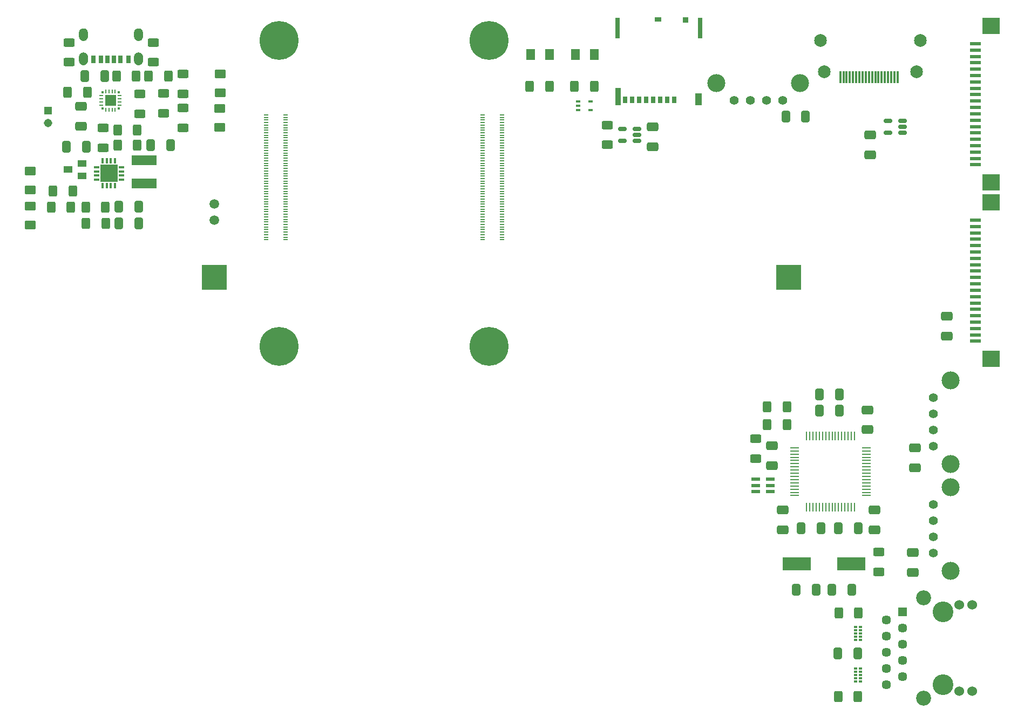
<source format=gbr>
%TF.GenerationSoftware,KiCad,Pcbnew,(5.99.0-10613-g4d227d2d2b)*%
%TF.CreationDate,2021-10-23T21:10:19-07:00*%
%TF.ProjectId,customBoard,63757374-6f6d-4426-9f61-72642e6b6963,0.0.1*%
%TF.SameCoordinates,Original*%
%TF.FileFunction,Soldermask,Top*%
%TF.FilePolarity,Negative*%
%FSLAX46Y46*%
G04 Gerber Fmt 4.6, Leading zero omitted, Abs format (unit mm)*
G04 Created by KiCad (PCBNEW (5.99.0-10613-g4d227d2d2b)) date 2021-10-23 21:10:19*
%MOMM*%
%LPD*%
G01*
G04 APERTURE LIST*
G04 Aperture macros list*
%AMRoundRect*
0 Rectangle with rounded corners*
0 $1 Rounding radius*
0 $2 $3 $4 $5 $6 $7 $8 $9 X,Y pos of 4 corners*
0 Add a 4 corners polygon primitive as box body*
4,1,4,$2,$3,$4,$5,$6,$7,$8,$9,$2,$3,0*
0 Add four circle primitives for the rounded corners*
1,1,$1+$1,$2,$3*
1,1,$1+$1,$4,$5*
1,1,$1+$1,$6,$7*
1,1,$1+$1,$8,$9*
0 Add four rect primitives between the rounded corners*
20,1,$1+$1,$2,$3,$4,$5,0*
20,1,$1+$1,$4,$5,$6,$7,0*
20,1,$1+$1,$6,$7,$8,$9,0*
20,1,$1+$1,$8,$9,$2,$3,0*%
G04 Aperture macros list end*
%ADD10C,0.010000*%
%ADD11RoundRect,0.250000X-0.412500X-0.650000X0.412500X-0.650000X0.412500X0.650000X-0.412500X0.650000X0*%
%ADD12RoundRect,0.250000X-0.400000X-0.625000X0.400000X-0.625000X0.400000X0.625000X-0.400000X0.625000X0*%
%ADD13RoundRect,0.250001X0.624999X-0.462499X0.624999X0.462499X-0.624999X0.462499X-0.624999X-0.462499X0*%
%ADD14RoundRect,0.250000X0.650000X-0.412500X0.650000X0.412500X-0.650000X0.412500X-0.650000X-0.412500X0*%
%ADD15RoundRect,0.250001X-0.462499X-0.624999X0.462499X-0.624999X0.462499X0.624999X-0.462499X0.624999X0*%
%ADD16RoundRect,0.250000X0.400000X0.625000X-0.400000X0.625000X-0.400000X-0.625000X0.400000X-0.625000X0*%
%ADD17R,0.700000X1.200000*%
%ADD18R,0.760000X1.200000*%
%ADD19R,0.800000X1.200000*%
%ADD20R,1.473200X0.279400*%
%ADD21R,0.279400X1.473200*%
%ADD22R,0.650000X0.400000*%
%ADD23RoundRect,0.250000X0.625000X-0.400000X0.625000X0.400000X-0.625000X0.400000X-0.625000X-0.400000X0*%
%ADD24R,1.446000X1.446000*%
%ADD25C,1.446000*%
%ADD26C,1.530000*%
%ADD27C,2.355000*%
%ADD28C,3.250000*%
%ADD29RoundRect,0.250000X-0.625000X0.400000X-0.625000X-0.400000X0.625000X-0.400000X0.625000X0.400000X0*%
%ADD30R,4.500000X2.000000*%
%ADD31R,1.700000X0.600000*%
%ADD32R,2.800000X2.500000*%
%ADD33C,1.422400*%
%ADD34C,2.819400*%
%ADD35R,1.400000X1.000000*%
%ADD36C,6.100000*%
%ADD37R,0.700000X0.200000*%
%ADD38RoundRect,0.250000X-0.650000X0.412500X-0.650000X-0.412500X0.650000X-0.412500X0.650000X0.412500X0*%
%ADD39R,0.550000X0.300000*%
%ADD40R,0.550000X0.400000*%
%ADD41C,1.498600*%
%ADD42RoundRect,0.250000X0.412500X0.650000X-0.412500X0.650000X-0.412500X-0.650000X0.412500X-0.650000X0*%
%ADD43R,4.000000X4.000000*%
%ADD44RoundRect,0.250001X-0.624999X0.462499X-0.624999X-0.462499X0.624999X-0.462499X0.624999X0.462499X0*%
%ADD45R,0.340000X0.810000*%
%ADD46R,0.810000X0.340000*%
%ADD47R,2.700000X2.700000*%
%ADD48R,1.308000X1.308000*%
%ADD49C,1.308000*%
%ADD50RoundRect,0.250001X0.462499X0.624999X-0.462499X0.624999X-0.462499X-0.624999X0.462499X-0.624999X0*%
%ADD51RoundRect,0.150000X0.512500X0.150000X-0.512500X0.150000X-0.512500X-0.150000X0.512500X-0.150000X0*%
%ADD52R,0.340000X0.340000*%
%ADD53R,0.280000X0.470000*%
%ADD54C,0.280000*%
%ADD55R,0.470000X0.280000*%
%ADD56R,1.700000X1.700000*%
%ADD57RoundRect,0.041300X-0.618700X-0.253700X0.618700X-0.253700X0.618700X0.253700X-0.618700X0.253700X0*%
%ADD58R,0.300000X1.900000*%
%ADD59C,1.995000*%
%ADD60R,0.700000X1.100000*%
%ADD61R,0.900000X0.930000*%
%ADD62R,1.050000X0.780000*%
%ADD63R,0.700000X3.330000*%
%ADD64R,0.860000X2.800000*%
%ADD65R,1.140000X1.830000*%
%ADD66R,3.987800X1.498600*%
G04 APERTURE END LIST*
D10*
%TO.C,J1*%
X39241000Y-24029000D02*
X39275018Y-24028109D01*
X39275018Y-24028109D02*
X39308944Y-24025439D01*
X39308944Y-24025439D02*
X39342682Y-24020997D01*
X39342682Y-24020997D02*
X39376143Y-24014796D01*
X39376143Y-24014796D02*
X39409232Y-24006852D01*
X39409232Y-24006852D02*
X39441861Y-23997187D01*
X39441861Y-23997187D02*
X39473939Y-23985827D01*
X39473939Y-23985827D02*
X39505379Y-23972805D01*
X39505379Y-23972805D02*
X39536094Y-23958154D01*
X39536094Y-23958154D02*
X39566000Y-23941917D01*
X39566000Y-23941917D02*
X39595015Y-23924136D01*
X39595015Y-23924136D02*
X39623060Y-23904861D01*
X39623060Y-23904861D02*
X39650058Y-23884145D01*
X39650058Y-23884145D02*
X39675935Y-23862044D01*
X39675935Y-23862044D02*
X39700619Y-23838619D01*
X39700619Y-23838619D02*
X39724044Y-23813935D01*
X39724044Y-23813935D02*
X39746145Y-23788058D01*
X39746145Y-23788058D02*
X39766861Y-23761060D01*
X39766861Y-23761060D02*
X39786136Y-23733015D01*
X39786136Y-23733015D02*
X39803917Y-23704000D01*
X39803917Y-23704000D02*
X39820154Y-23674094D01*
X39820154Y-23674094D02*
X39834805Y-23643379D01*
X39834805Y-23643379D02*
X39847827Y-23611939D01*
X39847827Y-23611939D02*
X39859187Y-23579861D01*
X39859187Y-23579861D02*
X39868852Y-23547232D01*
X39868852Y-23547232D02*
X39876796Y-23514143D01*
X39876796Y-23514143D02*
X39882997Y-23480682D01*
X39882997Y-23480682D02*
X39887439Y-23446944D01*
X39887439Y-23446944D02*
X39890109Y-23413018D01*
X39890109Y-23413018D02*
X39891000Y-23379000D01*
X39891000Y-23379000D02*
X39891000Y-22779000D01*
X39891000Y-22779000D02*
X39890109Y-22744982D01*
X39890109Y-22744982D02*
X39887439Y-22711056D01*
X39887439Y-22711056D02*
X39882997Y-22677318D01*
X39882997Y-22677318D02*
X39876796Y-22643857D01*
X39876796Y-22643857D02*
X39868852Y-22610768D01*
X39868852Y-22610768D02*
X39859187Y-22578139D01*
X39859187Y-22578139D02*
X39847827Y-22546061D01*
X39847827Y-22546061D02*
X39834805Y-22514621D01*
X39834805Y-22514621D02*
X39820154Y-22483906D01*
X39820154Y-22483906D02*
X39803917Y-22454000D01*
X39803917Y-22454000D02*
X39786136Y-22424985D01*
X39786136Y-22424985D02*
X39766861Y-22396940D01*
X39766861Y-22396940D02*
X39746145Y-22369942D01*
X39746145Y-22369942D02*
X39724044Y-22344065D01*
X39724044Y-22344065D02*
X39700619Y-22319381D01*
X39700619Y-22319381D02*
X39675935Y-22295956D01*
X39675935Y-22295956D02*
X39650058Y-22273855D01*
X39650058Y-22273855D02*
X39623060Y-22253139D01*
X39623060Y-22253139D02*
X39595015Y-22233864D01*
X39595015Y-22233864D02*
X39566000Y-22216083D01*
X39566000Y-22216083D02*
X39536094Y-22199846D01*
X39536094Y-22199846D02*
X39505379Y-22185195D01*
X39505379Y-22185195D02*
X39473939Y-22172173D01*
X39473939Y-22172173D02*
X39441861Y-22160813D01*
X39441861Y-22160813D02*
X39409232Y-22151148D01*
X39409232Y-22151148D02*
X39376143Y-22143204D01*
X39376143Y-22143204D02*
X39342682Y-22137003D01*
X39342682Y-22137003D02*
X39308944Y-22132561D01*
X39308944Y-22132561D02*
X39275018Y-22129891D01*
X39275018Y-22129891D02*
X39241000Y-22129000D01*
X39241000Y-22129000D02*
X39206982Y-22129891D01*
X39206982Y-22129891D02*
X39173056Y-22132561D01*
X39173056Y-22132561D02*
X39139318Y-22137003D01*
X39139318Y-22137003D02*
X39105857Y-22143204D01*
X39105857Y-22143204D02*
X39072768Y-22151148D01*
X39072768Y-22151148D02*
X39040139Y-22160813D01*
X39040139Y-22160813D02*
X39008061Y-22172173D01*
X39008061Y-22172173D02*
X38976621Y-22185195D01*
X38976621Y-22185195D02*
X38945906Y-22199846D01*
X38945906Y-22199846D02*
X38916000Y-22216083D01*
X38916000Y-22216083D02*
X38886985Y-22233864D01*
X38886985Y-22233864D02*
X38858940Y-22253139D01*
X38858940Y-22253139D02*
X38831942Y-22273855D01*
X38831942Y-22273855D02*
X38806065Y-22295956D01*
X38806065Y-22295956D02*
X38781381Y-22319381D01*
X38781381Y-22319381D02*
X38757956Y-22344065D01*
X38757956Y-22344065D02*
X38735855Y-22369942D01*
X38735855Y-22369942D02*
X38715139Y-22396940D01*
X38715139Y-22396940D02*
X38695864Y-22424985D01*
X38695864Y-22424985D02*
X38678083Y-22454000D01*
X38678083Y-22454000D02*
X38661846Y-22483906D01*
X38661846Y-22483906D02*
X38647195Y-22514621D01*
X38647195Y-22514621D02*
X38634173Y-22546061D01*
X38634173Y-22546061D02*
X38622813Y-22578139D01*
X38622813Y-22578139D02*
X38613148Y-22610768D01*
X38613148Y-22610768D02*
X38605204Y-22643857D01*
X38605204Y-22643857D02*
X38599003Y-22677318D01*
X38599003Y-22677318D02*
X38594561Y-22711056D01*
X38594561Y-22711056D02*
X38591891Y-22744982D01*
X38591891Y-22744982D02*
X38591000Y-22779000D01*
X38591000Y-22779000D02*
X38591000Y-23379000D01*
X38591000Y-23379000D02*
X38591891Y-23413018D01*
X38591891Y-23413018D02*
X38594561Y-23446944D01*
X38594561Y-23446944D02*
X38599003Y-23480682D01*
X38599003Y-23480682D02*
X38605204Y-23514143D01*
X38605204Y-23514143D02*
X38613148Y-23547232D01*
X38613148Y-23547232D02*
X38622813Y-23579861D01*
X38622813Y-23579861D02*
X38634173Y-23611939D01*
X38634173Y-23611939D02*
X38647195Y-23643379D01*
X38647195Y-23643379D02*
X38661846Y-23674094D01*
X38661846Y-23674094D02*
X38678083Y-23704000D01*
X38678083Y-23704000D02*
X38695864Y-23733015D01*
X38695864Y-23733015D02*
X38715139Y-23761060D01*
X38715139Y-23761060D02*
X38735855Y-23788058D01*
X38735855Y-23788058D02*
X38757956Y-23813935D01*
X38757956Y-23813935D02*
X38781381Y-23838619D01*
X38781381Y-23838619D02*
X38806065Y-23862044D01*
X38806065Y-23862044D02*
X38831942Y-23884145D01*
X38831942Y-23884145D02*
X38858940Y-23904861D01*
X38858940Y-23904861D02*
X38886985Y-23924136D01*
X38886985Y-23924136D02*
X38916000Y-23941917D01*
X38916000Y-23941917D02*
X38945906Y-23958154D01*
X38945906Y-23958154D02*
X38976621Y-23972805D01*
X38976621Y-23972805D02*
X39008061Y-23985827D01*
X39008061Y-23985827D02*
X39040139Y-23997187D01*
X39040139Y-23997187D02*
X39072768Y-24006852D01*
X39072768Y-24006852D02*
X39105857Y-24014796D01*
X39105857Y-24014796D02*
X39139318Y-24020997D01*
X39139318Y-24020997D02*
X39173056Y-24025439D01*
X39173056Y-24025439D02*
X39206982Y-24028109D01*
X39206982Y-24028109D02*
X39241000Y-24029000D01*
X39241000Y-24029000D02*
X39241000Y-24029000D01*
G36*
X39275018Y-22129891D02*
G01*
X39308944Y-22132561D01*
X39342682Y-22137003D01*
X39376143Y-22143204D01*
X39409232Y-22151148D01*
X39441861Y-22160813D01*
X39473939Y-22172173D01*
X39505379Y-22185195D01*
X39536094Y-22199846D01*
X39566000Y-22216083D01*
X39595015Y-22233864D01*
X39623060Y-22253139D01*
X39650058Y-22273855D01*
X39675935Y-22295956D01*
X39700619Y-22319381D01*
X39724044Y-22344065D01*
X39746145Y-22369942D01*
X39766861Y-22396940D01*
X39786136Y-22424985D01*
X39803917Y-22454000D01*
X39820154Y-22483906D01*
X39834805Y-22514621D01*
X39847827Y-22546061D01*
X39859187Y-22578139D01*
X39868852Y-22610768D01*
X39876796Y-22643857D01*
X39882997Y-22677318D01*
X39887439Y-22711056D01*
X39890109Y-22744982D01*
X39891000Y-22779000D01*
X39891000Y-23379000D01*
X39890109Y-23413018D01*
X39887439Y-23446944D01*
X39882997Y-23480682D01*
X39876796Y-23514143D01*
X39868852Y-23547232D01*
X39859187Y-23579861D01*
X39847827Y-23611939D01*
X39834805Y-23643379D01*
X39820154Y-23674094D01*
X39803917Y-23704000D01*
X39786136Y-23733015D01*
X39766861Y-23761060D01*
X39746145Y-23788058D01*
X39724044Y-23813935D01*
X39700619Y-23838619D01*
X39675935Y-23862044D01*
X39650058Y-23884145D01*
X39623060Y-23904861D01*
X39595015Y-23924136D01*
X39566000Y-23941917D01*
X39536094Y-23958154D01*
X39505379Y-23972805D01*
X39473939Y-23985827D01*
X39441861Y-23997187D01*
X39409232Y-24006852D01*
X39376143Y-24014796D01*
X39342682Y-24020997D01*
X39308944Y-24025439D01*
X39275018Y-24028109D01*
X39241000Y-24029000D01*
X39206982Y-24028109D01*
X39173056Y-24025439D01*
X39139318Y-24020997D01*
X39105857Y-24014796D01*
X39072768Y-24006852D01*
X39040139Y-23997187D01*
X39008061Y-23985827D01*
X38976621Y-23972805D01*
X38945906Y-23958154D01*
X38916000Y-23941917D01*
X38886985Y-23924136D01*
X38858940Y-23904861D01*
X38831942Y-23884145D01*
X38806065Y-23862044D01*
X38781381Y-23838619D01*
X38757956Y-23813935D01*
X38735855Y-23788058D01*
X38715139Y-23761060D01*
X38695864Y-23733015D01*
X38678083Y-23704000D01*
X38661846Y-23674094D01*
X38647195Y-23643379D01*
X38634173Y-23611939D01*
X38622813Y-23579861D01*
X38613148Y-23547232D01*
X38605204Y-23514143D01*
X38599003Y-23480682D01*
X38594561Y-23446944D01*
X38591891Y-23413018D01*
X38591000Y-23379000D01*
X38591000Y-22779000D01*
X38591891Y-22744982D01*
X38594561Y-22711056D01*
X38599003Y-22677318D01*
X38605204Y-22643857D01*
X38613148Y-22610768D01*
X38622813Y-22578139D01*
X38634173Y-22546061D01*
X38647195Y-22514621D01*
X38661846Y-22483906D01*
X38678083Y-22454000D01*
X38695864Y-22424985D01*
X38715139Y-22396940D01*
X38735855Y-22369942D01*
X38757956Y-22344065D01*
X38781381Y-22319381D01*
X38806065Y-22295956D01*
X38831942Y-22273855D01*
X38858940Y-22253139D01*
X38886985Y-22233864D01*
X38916000Y-22216083D01*
X38945906Y-22199846D01*
X38976621Y-22185195D01*
X39008061Y-22172173D01*
X39040139Y-22160813D01*
X39072768Y-22151148D01*
X39105857Y-22143204D01*
X39139318Y-22137003D01*
X39173056Y-22132561D01*
X39206982Y-22129891D01*
X39241000Y-22129000D01*
X39275018Y-22129891D01*
G37*
X39275018Y-22129891D02*
X39308944Y-22132561D01*
X39342682Y-22137003D01*
X39376143Y-22143204D01*
X39409232Y-22151148D01*
X39441861Y-22160813D01*
X39473939Y-22172173D01*
X39505379Y-22185195D01*
X39536094Y-22199846D01*
X39566000Y-22216083D01*
X39595015Y-22233864D01*
X39623060Y-22253139D01*
X39650058Y-22273855D01*
X39675935Y-22295956D01*
X39700619Y-22319381D01*
X39724044Y-22344065D01*
X39746145Y-22369942D01*
X39766861Y-22396940D01*
X39786136Y-22424985D01*
X39803917Y-22454000D01*
X39820154Y-22483906D01*
X39834805Y-22514621D01*
X39847827Y-22546061D01*
X39859187Y-22578139D01*
X39868852Y-22610768D01*
X39876796Y-22643857D01*
X39882997Y-22677318D01*
X39887439Y-22711056D01*
X39890109Y-22744982D01*
X39891000Y-22779000D01*
X39891000Y-23379000D01*
X39890109Y-23413018D01*
X39887439Y-23446944D01*
X39882997Y-23480682D01*
X39876796Y-23514143D01*
X39868852Y-23547232D01*
X39859187Y-23579861D01*
X39847827Y-23611939D01*
X39834805Y-23643379D01*
X39820154Y-23674094D01*
X39803917Y-23704000D01*
X39786136Y-23733015D01*
X39766861Y-23761060D01*
X39746145Y-23788058D01*
X39724044Y-23813935D01*
X39700619Y-23838619D01*
X39675935Y-23862044D01*
X39650058Y-23884145D01*
X39623060Y-23904861D01*
X39595015Y-23924136D01*
X39566000Y-23941917D01*
X39536094Y-23958154D01*
X39505379Y-23972805D01*
X39473939Y-23985827D01*
X39441861Y-23997187D01*
X39409232Y-24006852D01*
X39376143Y-24014796D01*
X39342682Y-24020997D01*
X39308944Y-24025439D01*
X39275018Y-24028109D01*
X39241000Y-24029000D01*
X39206982Y-24028109D01*
X39173056Y-24025439D01*
X39139318Y-24020997D01*
X39105857Y-24014796D01*
X39072768Y-24006852D01*
X39040139Y-23997187D01*
X39008061Y-23985827D01*
X38976621Y-23972805D01*
X38945906Y-23958154D01*
X38916000Y-23941917D01*
X38886985Y-23924136D01*
X38858940Y-23904861D01*
X38831942Y-23884145D01*
X38806065Y-23862044D01*
X38781381Y-23838619D01*
X38757956Y-23813935D01*
X38735855Y-23788058D01*
X38715139Y-23761060D01*
X38695864Y-23733015D01*
X38678083Y-23704000D01*
X38661846Y-23674094D01*
X38647195Y-23643379D01*
X38634173Y-23611939D01*
X38622813Y-23579861D01*
X38613148Y-23547232D01*
X38605204Y-23514143D01*
X38599003Y-23480682D01*
X38594561Y-23446944D01*
X38591891Y-23413018D01*
X38591000Y-23379000D01*
X38591000Y-22779000D01*
X38591891Y-22744982D01*
X38594561Y-22711056D01*
X38599003Y-22677318D01*
X38605204Y-22643857D01*
X38613148Y-22610768D01*
X38622813Y-22578139D01*
X38634173Y-22546061D01*
X38647195Y-22514621D01*
X38661846Y-22483906D01*
X38678083Y-22454000D01*
X38695864Y-22424985D01*
X38715139Y-22396940D01*
X38735855Y-22369942D01*
X38757956Y-22344065D01*
X38781381Y-22319381D01*
X38806065Y-22295956D01*
X38831942Y-22273855D01*
X38858940Y-22253139D01*
X38886985Y-22233864D01*
X38916000Y-22216083D01*
X38945906Y-22199846D01*
X38976621Y-22185195D01*
X39008061Y-22172173D01*
X39040139Y-22160813D01*
X39072768Y-22151148D01*
X39105857Y-22143204D01*
X39139318Y-22137003D01*
X39173056Y-22132561D01*
X39206982Y-22129891D01*
X39241000Y-22129000D01*
X39275018Y-22129891D01*
X39241000Y-27829000D02*
X39275018Y-27828109D01*
X39275018Y-27828109D02*
X39308944Y-27825439D01*
X39308944Y-27825439D02*
X39342682Y-27820997D01*
X39342682Y-27820997D02*
X39376143Y-27814796D01*
X39376143Y-27814796D02*
X39409232Y-27806852D01*
X39409232Y-27806852D02*
X39441861Y-27797187D01*
X39441861Y-27797187D02*
X39473939Y-27785827D01*
X39473939Y-27785827D02*
X39505379Y-27772805D01*
X39505379Y-27772805D02*
X39536094Y-27758154D01*
X39536094Y-27758154D02*
X39566000Y-27741917D01*
X39566000Y-27741917D02*
X39595015Y-27724136D01*
X39595015Y-27724136D02*
X39623060Y-27704861D01*
X39623060Y-27704861D02*
X39650058Y-27684145D01*
X39650058Y-27684145D02*
X39675935Y-27662044D01*
X39675935Y-27662044D02*
X39700619Y-27638619D01*
X39700619Y-27638619D02*
X39724044Y-27613935D01*
X39724044Y-27613935D02*
X39746145Y-27588058D01*
X39746145Y-27588058D02*
X39766861Y-27561060D01*
X39766861Y-27561060D02*
X39786136Y-27533015D01*
X39786136Y-27533015D02*
X39803917Y-27504000D01*
X39803917Y-27504000D02*
X39820154Y-27474094D01*
X39820154Y-27474094D02*
X39834805Y-27443379D01*
X39834805Y-27443379D02*
X39847827Y-27411939D01*
X39847827Y-27411939D02*
X39859187Y-27379861D01*
X39859187Y-27379861D02*
X39868852Y-27347232D01*
X39868852Y-27347232D02*
X39876796Y-27314143D01*
X39876796Y-27314143D02*
X39882997Y-27280682D01*
X39882997Y-27280682D02*
X39887439Y-27246944D01*
X39887439Y-27246944D02*
X39890109Y-27213018D01*
X39890109Y-27213018D02*
X39891000Y-27179000D01*
X39891000Y-27179000D02*
X39891000Y-26579000D01*
X39891000Y-26579000D02*
X39890109Y-26544982D01*
X39890109Y-26544982D02*
X39887439Y-26511056D01*
X39887439Y-26511056D02*
X39882997Y-26477318D01*
X39882997Y-26477318D02*
X39876796Y-26443857D01*
X39876796Y-26443857D02*
X39868852Y-26410768D01*
X39868852Y-26410768D02*
X39859187Y-26378139D01*
X39859187Y-26378139D02*
X39847827Y-26346061D01*
X39847827Y-26346061D02*
X39834805Y-26314621D01*
X39834805Y-26314621D02*
X39820154Y-26283906D01*
X39820154Y-26283906D02*
X39803917Y-26254000D01*
X39803917Y-26254000D02*
X39786136Y-26224985D01*
X39786136Y-26224985D02*
X39766861Y-26196940D01*
X39766861Y-26196940D02*
X39746145Y-26169942D01*
X39746145Y-26169942D02*
X39724044Y-26144065D01*
X39724044Y-26144065D02*
X39700619Y-26119381D01*
X39700619Y-26119381D02*
X39675935Y-26095956D01*
X39675935Y-26095956D02*
X39650058Y-26073855D01*
X39650058Y-26073855D02*
X39623060Y-26053139D01*
X39623060Y-26053139D02*
X39595015Y-26033864D01*
X39595015Y-26033864D02*
X39566000Y-26016083D01*
X39566000Y-26016083D02*
X39536094Y-25999846D01*
X39536094Y-25999846D02*
X39505379Y-25985195D01*
X39505379Y-25985195D02*
X39473939Y-25972173D01*
X39473939Y-25972173D02*
X39441861Y-25960813D01*
X39441861Y-25960813D02*
X39409232Y-25951148D01*
X39409232Y-25951148D02*
X39376143Y-25943204D01*
X39376143Y-25943204D02*
X39342682Y-25937003D01*
X39342682Y-25937003D02*
X39308944Y-25932561D01*
X39308944Y-25932561D02*
X39275018Y-25929891D01*
X39275018Y-25929891D02*
X39241000Y-25929000D01*
X39241000Y-25929000D02*
X39206982Y-25929891D01*
X39206982Y-25929891D02*
X39173056Y-25932561D01*
X39173056Y-25932561D02*
X39139318Y-25937003D01*
X39139318Y-25937003D02*
X39105857Y-25943204D01*
X39105857Y-25943204D02*
X39072768Y-25951148D01*
X39072768Y-25951148D02*
X39040139Y-25960813D01*
X39040139Y-25960813D02*
X39008061Y-25972173D01*
X39008061Y-25972173D02*
X38976621Y-25985195D01*
X38976621Y-25985195D02*
X38945906Y-25999846D01*
X38945906Y-25999846D02*
X38916000Y-26016083D01*
X38916000Y-26016083D02*
X38886985Y-26033864D01*
X38886985Y-26033864D02*
X38858940Y-26053139D01*
X38858940Y-26053139D02*
X38831942Y-26073855D01*
X38831942Y-26073855D02*
X38806065Y-26095956D01*
X38806065Y-26095956D02*
X38781381Y-26119381D01*
X38781381Y-26119381D02*
X38757956Y-26144065D01*
X38757956Y-26144065D02*
X38735855Y-26169942D01*
X38735855Y-26169942D02*
X38715139Y-26196940D01*
X38715139Y-26196940D02*
X38695864Y-26224985D01*
X38695864Y-26224985D02*
X38678083Y-26254000D01*
X38678083Y-26254000D02*
X38661846Y-26283906D01*
X38661846Y-26283906D02*
X38647195Y-26314621D01*
X38647195Y-26314621D02*
X38634173Y-26346061D01*
X38634173Y-26346061D02*
X38622813Y-26378139D01*
X38622813Y-26378139D02*
X38613148Y-26410768D01*
X38613148Y-26410768D02*
X38605204Y-26443857D01*
X38605204Y-26443857D02*
X38599003Y-26477318D01*
X38599003Y-26477318D02*
X38594561Y-26511056D01*
X38594561Y-26511056D02*
X38591891Y-26544982D01*
X38591891Y-26544982D02*
X38591000Y-26579000D01*
X38591000Y-26579000D02*
X38591000Y-27179000D01*
X38591000Y-27179000D02*
X38591891Y-27213018D01*
X38591891Y-27213018D02*
X38594561Y-27246944D01*
X38594561Y-27246944D02*
X38599003Y-27280682D01*
X38599003Y-27280682D02*
X38605204Y-27314143D01*
X38605204Y-27314143D02*
X38613148Y-27347232D01*
X38613148Y-27347232D02*
X38622813Y-27379861D01*
X38622813Y-27379861D02*
X38634173Y-27411939D01*
X38634173Y-27411939D02*
X38647195Y-27443379D01*
X38647195Y-27443379D02*
X38661846Y-27474094D01*
X38661846Y-27474094D02*
X38678083Y-27504000D01*
X38678083Y-27504000D02*
X38695864Y-27533015D01*
X38695864Y-27533015D02*
X38715139Y-27561060D01*
X38715139Y-27561060D02*
X38735855Y-27588058D01*
X38735855Y-27588058D02*
X38757956Y-27613935D01*
X38757956Y-27613935D02*
X38781381Y-27638619D01*
X38781381Y-27638619D02*
X38806065Y-27662044D01*
X38806065Y-27662044D02*
X38831942Y-27684145D01*
X38831942Y-27684145D02*
X38858940Y-27704861D01*
X38858940Y-27704861D02*
X38886985Y-27724136D01*
X38886985Y-27724136D02*
X38916000Y-27741917D01*
X38916000Y-27741917D02*
X38945906Y-27758154D01*
X38945906Y-27758154D02*
X38976621Y-27772805D01*
X38976621Y-27772805D02*
X39008061Y-27785827D01*
X39008061Y-27785827D02*
X39040139Y-27797187D01*
X39040139Y-27797187D02*
X39072768Y-27806852D01*
X39072768Y-27806852D02*
X39105857Y-27814796D01*
X39105857Y-27814796D02*
X39139318Y-27820997D01*
X39139318Y-27820997D02*
X39173056Y-27825439D01*
X39173056Y-27825439D02*
X39206982Y-27828109D01*
X39206982Y-27828109D02*
X39241000Y-27829000D01*
X39241000Y-27829000D02*
X39241000Y-27829000D01*
G36*
X39275018Y-25929891D02*
G01*
X39308944Y-25932561D01*
X39342682Y-25937003D01*
X39376143Y-25943204D01*
X39409232Y-25951148D01*
X39441861Y-25960813D01*
X39473939Y-25972173D01*
X39505379Y-25985195D01*
X39536094Y-25999846D01*
X39566000Y-26016083D01*
X39595015Y-26033864D01*
X39623060Y-26053139D01*
X39650058Y-26073855D01*
X39675935Y-26095956D01*
X39700619Y-26119381D01*
X39724044Y-26144065D01*
X39746145Y-26169942D01*
X39766861Y-26196940D01*
X39786136Y-26224985D01*
X39803917Y-26254000D01*
X39820154Y-26283906D01*
X39834805Y-26314621D01*
X39847827Y-26346061D01*
X39859187Y-26378139D01*
X39868852Y-26410768D01*
X39876796Y-26443857D01*
X39882997Y-26477318D01*
X39887439Y-26511056D01*
X39890109Y-26544982D01*
X39891000Y-26579000D01*
X39891000Y-27179000D01*
X39890109Y-27213018D01*
X39887439Y-27246944D01*
X39882997Y-27280682D01*
X39876796Y-27314143D01*
X39868852Y-27347232D01*
X39859187Y-27379861D01*
X39847827Y-27411939D01*
X39834805Y-27443379D01*
X39820154Y-27474094D01*
X39803917Y-27504000D01*
X39786136Y-27533015D01*
X39766861Y-27561060D01*
X39746145Y-27588058D01*
X39724044Y-27613935D01*
X39700619Y-27638619D01*
X39675935Y-27662044D01*
X39650058Y-27684145D01*
X39623060Y-27704861D01*
X39595015Y-27724136D01*
X39566000Y-27741917D01*
X39536094Y-27758154D01*
X39505379Y-27772805D01*
X39473939Y-27785827D01*
X39441861Y-27797187D01*
X39409232Y-27806852D01*
X39376143Y-27814796D01*
X39342682Y-27820997D01*
X39308944Y-27825439D01*
X39275018Y-27828109D01*
X39241000Y-27829000D01*
X39206982Y-27828109D01*
X39173056Y-27825439D01*
X39139318Y-27820997D01*
X39105857Y-27814796D01*
X39072768Y-27806852D01*
X39040139Y-27797187D01*
X39008061Y-27785827D01*
X38976621Y-27772805D01*
X38945906Y-27758154D01*
X38916000Y-27741917D01*
X38886985Y-27724136D01*
X38858940Y-27704861D01*
X38831942Y-27684145D01*
X38806065Y-27662044D01*
X38781381Y-27638619D01*
X38757956Y-27613935D01*
X38735855Y-27588058D01*
X38715139Y-27561060D01*
X38695864Y-27533015D01*
X38678083Y-27504000D01*
X38661846Y-27474094D01*
X38647195Y-27443379D01*
X38634173Y-27411939D01*
X38622813Y-27379861D01*
X38613148Y-27347232D01*
X38605204Y-27314143D01*
X38599003Y-27280682D01*
X38594561Y-27246944D01*
X38591891Y-27213018D01*
X38591000Y-27179000D01*
X38591000Y-26579000D01*
X38591891Y-26544982D01*
X38594561Y-26511056D01*
X38599003Y-26477318D01*
X38605204Y-26443857D01*
X38613148Y-26410768D01*
X38622813Y-26378139D01*
X38634173Y-26346061D01*
X38647195Y-26314621D01*
X38661846Y-26283906D01*
X38678083Y-26254000D01*
X38695864Y-26224985D01*
X38715139Y-26196940D01*
X38735855Y-26169942D01*
X38757956Y-26144065D01*
X38781381Y-26119381D01*
X38806065Y-26095956D01*
X38831942Y-26073855D01*
X38858940Y-26053139D01*
X38886985Y-26033864D01*
X38916000Y-26016083D01*
X38945906Y-25999846D01*
X38976621Y-25985195D01*
X39008061Y-25972173D01*
X39040139Y-25960813D01*
X39072768Y-25951148D01*
X39105857Y-25943204D01*
X39139318Y-25937003D01*
X39173056Y-25932561D01*
X39206982Y-25929891D01*
X39241000Y-25929000D01*
X39275018Y-25929891D01*
G37*
X39275018Y-25929891D02*
X39308944Y-25932561D01*
X39342682Y-25937003D01*
X39376143Y-25943204D01*
X39409232Y-25951148D01*
X39441861Y-25960813D01*
X39473939Y-25972173D01*
X39505379Y-25985195D01*
X39536094Y-25999846D01*
X39566000Y-26016083D01*
X39595015Y-26033864D01*
X39623060Y-26053139D01*
X39650058Y-26073855D01*
X39675935Y-26095956D01*
X39700619Y-26119381D01*
X39724044Y-26144065D01*
X39746145Y-26169942D01*
X39766861Y-26196940D01*
X39786136Y-26224985D01*
X39803917Y-26254000D01*
X39820154Y-26283906D01*
X39834805Y-26314621D01*
X39847827Y-26346061D01*
X39859187Y-26378139D01*
X39868852Y-26410768D01*
X39876796Y-26443857D01*
X39882997Y-26477318D01*
X39887439Y-26511056D01*
X39890109Y-26544982D01*
X39891000Y-26579000D01*
X39891000Y-27179000D01*
X39890109Y-27213018D01*
X39887439Y-27246944D01*
X39882997Y-27280682D01*
X39876796Y-27314143D01*
X39868852Y-27347232D01*
X39859187Y-27379861D01*
X39847827Y-27411939D01*
X39834805Y-27443379D01*
X39820154Y-27474094D01*
X39803917Y-27504000D01*
X39786136Y-27533015D01*
X39766861Y-27561060D01*
X39746145Y-27588058D01*
X39724044Y-27613935D01*
X39700619Y-27638619D01*
X39675935Y-27662044D01*
X39650058Y-27684145D01*
X39623060Y-27704861D01*
X39595015Y-27724136D01*
X39566000Y-27741917D01*
X39536094Y-27758154D01*
X39505379Y-27772805D01*
X39473939Y-27785827D01*
X39441861Y-27797187D01*
X39409232Y-27806852D01*
X39376143Y-27814796D01*
X39342682Y-27820997D01*
X39308944Y-27825439D01*
X39275018Y-27828109D01*
X39241000Y-27829000D01*
X39206982Y-27828109D01*
X39173056Y-27825439D01*
X39139318Y-27820997D01*
X39105857Y-27814796D01*
X39072768Y-27806852D01*
X39040139Y-27797187D01*
X39008061Y-27785827D01*
X38976621Y-27772805D01*
X38945906Y-27758154D01*
X38916000Y-27741917D01*
X38886985Y-27724136D01*
X38858940Y-27704861D01*
X38831942Y-27684145D01*
X38806065Y-27662044D01*
X38781381Y-27638619D01*
X38757956Y-27613935D01*
X38735855Y-27588058D01*
X38715139Y-27561060D01*
X38695864Y-27533015D01*
X38678083Y-27504000D01*
X38661846Y-27474094D01*
X38647195Y-27443379D01*
X38634173Y-27411939D01*
X38622813Y-27379861D01*
X38613148Y-27347232D01*
X38605204Y-27314143D01*
X38599003Y-27280682D01*
X38594561Y-27246944D01*
X38591891Y-27213018D01*
X38591000Y-27179000D01*
X38591000Y-26579000D01*
X38591891Y-26544982D01*
X38594561Y-26511056D01*
X38599003Y-26477318D01*
X38605204Y-26443857D01*
X38613148Y-26410768D01*
X38622813Y-26378139D01*
X38634173Y-26346061D01*
X38647195Y-26314621D01*
X38661846Y-26283906D01*
X38678083Y-26254000D01*
X38695864Y-26224985D01*
X38715139Y-26196940D01*
X38735855Y-26169942D01*
X38757956Y-26144065D01*
X38781381Y-26119381D01*
X38806065Y-26095956D01*
X38831942Y-26073855D01*
X38858940Y-26053139D01*
X38886985Y-26033864D01*
X38916000Y-26016083D01*
X38945906Y-25999846D01*
X38976621Y-25985195D01*
X39008061Y-25972173D01*
X39040139Y-25960813D01*
X39072768Y-25951148D01*
X39105857Y-25943204D01*
X39139318Y-25937003D01*
X39173056Y-25932561D01*
X39206982Y-25929891D01*
X39241000Y-25929000D01*
X39275018Y-25929891D01*
X47881000Y-24029000D02*
X47915018Y-24028109D01*
X47915018Y-24028109D02*
X47948944Y-24025439D01*
X47948944Y-24025439D02*
X47982682Y-24020997D01*
X47982682Y-24020997D02*
X48016143Y-24014796D01*
X48016143Y-24014796D02*
X48049232Y-24006852D01*
X48049232Y-24006852D02*
X48081861Y-23997187D01*
X48081861Y-23997187D02*
X48113939Y-23985827D01*
X48113939Y-23985827D02*
X48145379Y-23972805D01*
X48145379Y-23972805D02*
X48176094Y-23958154D01*
X48176094Y-23958154D02*
X48206000Y-23941917D01*
X48206000Y-23941917D02*
X48235015Y-23924136D01*
X48235015Y-23924136D02*
X48263060Y-23904861D01*
X48263060Y-23904861D02*
X48290058Y-23884145D01*
X48290058Y-23884145D02*
X48315935Y-23862044D01*
X48315935Y-23862044D02*
X48340619Y-23838619D01*
X48340619Y-23838619D02*
X48364044Y-23813935D01*
X48364044Y-23813935D02*
X48386145Y-23788058D01*
X48386145Y-23788058D02*
X48406861Y-23761060D01*
X48406861Y-23761060D02*
X48426136Y-23733015D01*
X48426136Y-23733015D02*
X48443917Y-23704000D01*
X48443917Y-23704000D02*
X48460154Y-23674094D01*
X48460154Y-23674094D02*
X48474805Y-23643379D01*
X48474805Y-23643379D02*
X48487827Y-23611939D01*
X48487827Y-23611939D02*
X48499187Y-23579861D01*
X48499187Y-23579861D02*
X48508852Y-23547232D01*
X48508852Y-23547232D02*
X48516796Y-23514143D01*
X48516796Y-23514143D02*
X48522997Y-23480682D01*
X48522997Y-23480682D02*
X48527439Y-23446944D01*
X48527439Y-23446944D02*
X48530109Y-23413018D01*
X48530109Y-23413018D02*
X48531000Y-23379000D01*
X48531000Y-23379000D02*
X48531000Y-22779000D01*
X48531000Y-22779000D02*
X48530109Y-22744982D01*
X48530109Y-22744982D02*
X48527439Y-22711056D01*
X48527439Y-22711056D02*
X48522997Y-22677318D01*
X48522997Y-22677318D02*
X48516796Y-22643857D01*
X48516796Y-22643857D02*
X48508852Y-22610768D01*
X48508852Y-22610768D02*
X48499187Y-22578139D01*
X48499187Y-22578139D02*
X48487827Y-22546061D01*
X48487827Y-22546061D02*
X48474805Y-22514621D01*
X48474805Y-22514621D02*
X48460154Y-22483906D01*
X48460154Y-22483906D02*
X48443917Y-22454000D01*
X48443917Y-22454000D02*
X48426136Y-22424985D01*
X48426136Y-22424985D02*
X48406861Y-22396940D01*
X48406861Y-22396940D02*
X48386145Y-22369942D01*
X48386145Y-22369942D02*
X48364044Y-22344065D01*
X48364044Y-22344065D02*
X48340619Y-22319381D01*
X48340619Y-22319381D02*
X48315935Y-22295956D01*
X48315935Y-22295956D02*
X48290058Y-22273855D01*
X48290058Y-22273855D02*
X48263060Y-22253139D01*
X48263060Y-22253139D02*
X48235015Y-22233864D01*
X48235015Y-22233864D02*
X48206000Y-22216083D01*
X48206000Y-22216083D02*
X48176094Y-22199846D01*
X48176094Y-22199846D02*
X48145379Y-22185195D01*
X48145379Y-22185195D02*
X48113939Y-22172173D01*
X48113939Y-22172173D02*
X48081861Y-22160813D01*
X48081861Y-22160813D02*
X48049232Y-22151148D01*
X48049232Y-22151148D02*
X48016143Y-22143204D01*
X48016143Y-22143204D02*
X47982682Y-22137003D01*
X47982682Y-22137003D02*
X47948944Y-22132561D01*
X47948944Y-22132561D02*
X47915018Y-22129891D01*
X47915018Y-22129891D02*
X47881000Y-22129000D01*
X47881000Y-22129000D02*
X47846982Y-22129891D01*
X47846982Y-22129891D02*
X47813056Y-22132561D01*
X47813056Y-22132561D02*
X47779318Y-22137003D01*
X47779318Y-22137003D02*
X47745857Y-22143204D01*
X47745857Y-22143204D02*
X47712768Y-22151148D01*
X47712768Y-22151148D02*
X47680139Y-22160813D01*
X47680139Y-22160813D02*
X47648061Y-22172173D01*
X47648061Y-22172173D02*
X47616621Y-22185195D01*
X47616621Y-22185195D02*
X47585906Y-22199846D01*
X47585906Y-22199846D02*
X47556000Y-22216083D01*
X47556000Y-22216083D02*
X47526985Y-22233864D01*
X47526985Y-22233864D02*
X47498940Y-22253139D01*
X47498940Y-22253139D02*
X47471942Y-22273855D01*
X47471942Y-22273855D02*
X47446065Y-22295956D01*
X47446065Y-22295956D02*
X47421381Y-22319381D01*
X47421381Y-22319381D02*
X47397956Y-22344065D01*
X47397956Y-22344065D02*
X47375855Y-22369942D01*
X47375855Y-22369942D02*
X47355139Y-22396940D01*
X47355139Y-22396940D02*
X47335864Y-22424985D01*
X47335864Y-22424985D02*
X47318083Y-22454000D01*
X47318083Y-22454000D02*
X47301846Y-22483906D01*
X47301846Y-22483906D02*
X47287195Y-22514621D01*
X47287195Y-22514621D02*
X47274173Y-22546061D01*
X47274173Y-22546061D02*
X47262813Y-22578139D01*
X47262813Y-22578139D02*
X47253148Y-22610768D01*
X47253148Y-22610768D02*
X47245204Y-22643857D01*
X47245204Y-22643857D02*
X47239003Y-22677318D01*
X47239003Y-22677318D02*
X47234561Y-22711056D01*
X47234561Y-22711056D02*
X47231891Y-22744982D01*
X47231891Y-22744982D02*
X47231000Y-22779000D01*
X47231000Y-22779000D02*
X47231000Y-23379000D01*
X47231000Y-23379000D02*
X47231891Y-23413018D01*
X47231891Y-23413018D02*
X47234561Y-23446944D01*
X47234561Y-23446944D02*
X47239003Y-23480682D01*
X47239003Y-23480682D02*
X47245204Y-23514143D01*
X47245204Y-23514143D02*
X47253148Y-23547232D01*
X47253148Y-23547232D02*
X47262813Y-23579861D01*
X47262813Y-23579861D02*
X47274173Y-23611939D01*
X47274173Y-23611939D02*
X47287195Y-23643379D01*
X47287195Y-23643379D02*
X47301846Y-23674094D01*
X47301846Y-23674094D02*
X47318083Y-23704000D01*
X47318083Y-23704000D02*
X47335864Y-23733015D01*
X47335864Y-23733015D02*
X47355139Y-23761060D01*
X47355139Y-23761060D02*
X47375855Y-23788058D01*
X47375855Y-23788058D02*
X47397956Y-23813935D01*
X47397956Y-23813935D02*
X47421381Y-23838619D01*
X47421381Y-23838619D02*
X47446065Y-23862044D01*
X47446065Y-23862044D02*
X47471942Y-23884145D01*
X47471942Y-23884145D02*
X47498940Y-23904861D01*
X47498940Y-23904861D02*
X47526985Y-23924136D01*
X47526985Y-23924136D02*
X47556000Y-23941917D01*
X47556000Y-23941917D02*
X47585906Y-23958154D01*
X47585906Y-23958154D02*
X47616621Y-23972805D01*
X47616621Y-23972805D02*
X47648061Y-23985827D01*
X47648061Y-23985827D02*
X47680139Y-23997187D01*
X47680139Y-23997187D02*
X47712768Y-24006852D01*
X47712768Y-24006852D02*
X47745857Y-24014796D01*
X47745857Y-24014796D02*
X47779318Y-24020997D01*
X47779318Y-24020997D02*
X47813056Y-24025439D01*
X47813056Y-24025439D02*
X47846982Y-24028109D01*
X47846982Y-24028109D02*
X47881000Y-24029000D01*
X47881000Y-24029000D02*
X47881000Y-24029000D01*
G36*
X47915018Y-22129891D02*
G01*
X47948944Y-22132561D01*
X47982682Y-22137003D01*
X48016143Y-22143204D01*
X48049232Y-22151148D01*
X48081861Y-22160813D01*
X48113939Y-22172173D01*
X48145379Y-22185195D01*
X48176094Y-22199846D01*
X48206000Y-22216083D01*
X48235015Y-22233864D01*
X48263060Y-22253139D01*
X48290058Y-22273855D01*
X48315935Y-22295956D01*
X48340619Y-22319381D01*
X48364044Y-22344065D01*
X48386145Y-22369942D01*
X48406861Y-22396940D01*
X48426136Y-22424985D01*
X48443917Y-22454000D01*
X48460154Y-22483906D01*
X48474805Y-22514621D01*
X48487827Y-22546061D01*
X48499187Y-22578139D01*
X48508852Y-22610768D01*
X48516796Y-22643857D01*
X48522997Y-22677318D01*
X48527439Y-22711056D01*
X48530109Y-22744982D01*
X48531000Y-22779000D01*
X48531000Y-23379000D01*
X48530109Y-23413018D01*
X48527439Y-23446944D01*
X48522997Y-23480682D01*
X48516796Y-23514143D01*
X48508852Y-23547232D01*
X48499187Y-23579861D01*
X48487827Y-23611939D01*
X48474805Y-23643379D01*
X48460154Y-23674094D01*
X48443917Y-23704000D01*
X48426136Y-23733015D01*
X48406861Y-23761060D01*
X48386145Y-23788058D01*
X48364044Y-23813935D01*
X48340619Y-23838619D01*
X48315935Y-23862044D01*
X48290058Y-23884145D01*
X48263060Y-23904861D01*
X48235015Y-23924136D01*
X48206000Y-23941917D01*
X48176094Y-23958154D01*
X48145379Y-23972805D01*
X48113939Y-23985827D01*
X48081861Y-23997187D01*
X48049232Y-24006852D01*
X48016143Y-24014796D01*
X47982682Y-24020997D01*
X47948944Y-24025439D01*
X47915018Y-24028109D01*
X47881000Y-24029000D01*
X47846982Y-24028109D01*
X47813056Y-24025439D01*
X47779318Y-24020997D01*
X47745857Y-24014796D01*
X47712768Y-24006852D01*
X47680139Y-23997187D01*
X47648061Y-23985827D01*
X47616621Y-23972805D01*
X47585906Y-23958154D01*
X47556000Y-23941917D01*
X47526985Y-23924136D01*
X47498940Y-23904861D01*
X47471942Y-23884145D01*
X47446065Y-23862044D01*
X47421381Y-23838619D01*
X47397956Y-23813935D01*
X47375855Y-23788058D01*
X47355139Y-23761060D01*
X47335864Y-23733015D01*
X47318083Y-23704000D01*
X47301846Y-23674094D01*
X47287195Y-23643379D01*
X47274173Y-23611939D01*
X47262813Y-23579861D01*
X47253148Y-23547232D01*
X47245204Y-23514143D01*
X47239003Y-23480682D01*
X47234561Y-23446944D01*
X47231891Y-23413018D01*
X47231000Y-23379000D01*
X47231000Y-22779000D01*
X47231891Y-22744982D01*
X47234561Y-22711056D01*
X47239003Y-22677318D01*
X47245204Y-22643857D01*
X47253148Y-22610768D01*
X47262813Y-22578139D01*
X47274173Y-22546061D01*
X47287195Y-22514621D01*
X47301846Y-22483906D01*
X47318083Y-22454000D01*
X47335864Y-22424985D01*
X47355139Y-22396940D01*
X47375855Y-22369942D01*
X47397956Y-22344065D01*
X47421381Y-22319381D01*
X47446065Y-22295956D01*
X47471942Y-22273855D01*
X47498940Y-22253139D01*
X47526985Y-22233864D01*
X47556000Y-22216083D01*
X47585906Y-22199846D01*
X47616621Y-22185195D01*
X47648061Y-22172173D01*
X47680139Y-22160813D01*
X47712768Y-22151148D01*
X47745857Y-22143204D01*
X47779318Y-22137003D01*
X47813056Y-22132561D01*
X47846982Y-22129891D01*
X47881000Y-22129000D01*
X47915018Y-22129891D01*
G37*
X47915018Y-22129891D02*
X47948944Y-22132561D01*
X47982682Y-22137003D01*
X48016143Y-22143204D01*
X48049232Y-22151148D01*
X48081861Y-22160813D01*
X48113939Y-22172173D01*
X48145379Y-22185195D01*
X48176094Y-22199846D01*
X48206000Y-22216083D01*
X48235015Y-22233864D01*
X48263060Y-22253139D01*
X48290058Y-22273855D01*
X48315935Y-22295956D01*
X48340619Y-22319381D01*
X48364044Y-22344065D01*
X48386145Y-22369942D01*
X48406861Y-22396940D01*
X48426136Y-22424985D01*
X48443917Y-22454000D01*
X48460154Y-22483906D01*
X48474805Y-22514621D01*
X48487827Y-22546061D01*
X48499187Y-22578139D01*
X48508852Y-22610768D01*
X48516796Y-22643857D01*
X48522997Y-22677318D01*
X48527439Y-22711056D01*
X48530109Y-22744982D01*
X48531000Y-22779000D01*
X48531000Y-23379000D01*
X48530109Y-23413018D01*
X48527439Y-23446944D01*
X48522997Y-23480682D01*
X48516796Y-23514143D01*
X48508852Y-23547232D01*
X48499187Y-23579861D01*
X48487827Y-23611939D01*
X48474805Y-23643379D01*
X48460154Y-23674094D01*
X48443917Y-23704000D01*
X48426136Y-23733015D01*
X48406861Y-23761060D01*
X48386145Y-23788058D01*
X48364044Y-23813935D01*
X48340619Y-23838619D01*
X48315935Y-23862044D01*
X48290058Y-23884145D01*
X48263060Y-23904861D01*
X48235015Y-23924136D01*
X48206000Y-23941917D01*
X48176094Y-23958154D01*
X48145379Y-23972805D01*
X48113939Y-23985827D01*
X48081861Y-23997187D01*
X48049232Y-24006852D01*
X48016143Y-24014796D01*
X47982682Y-24020997D01*
X47948944Y-24025439D01*
X47915018Y-24028109D01*
X47881000Y-24029000D01*
X47846982Y-24028109D01*
X47813056Y-24025439D01*
X47779318Y-24020997D01*
X47745857Y-24014796D01*
X47712768Y-24006852D01*
X47680139Y-23997187D01*
X47648061Y-23985827D01*
X47616621Y-23972805D01*
X47585906Y-23958154D01*
X47556000Y-23941917D01*
X47526985Y-23924136D01*
X47498940Y-23904861D01*
X47471942Y-23884145D01*
X47446065Y-23862044D01*
X47421381Y-23838619D01*
X47397956Y-23813935D01*
X47375855Y-23788058D01*
X47355139Y-23761060D01*
X47335864Y-23733015D01*
X47318083Y-23704000D01*
X47301846Y-23674094D01*
X47287195Y-23643379D01*
X47274173Y-23611939D01*
X47262813Y-23579861D01*
X47253148Y-23547232D01*
X47245204Y-23514143D01*
X47239003Y-23480682D01*
X47234561Y-23446944D01*
X47231891Y-23413018D01*
X47231000Y-23379000D01*
X47231000Y-22779000D01*
X47231891Y-22744982D01*
X47234561Y-22711056D01*
X47239003Y-22677318D01*
X47245204Y-22643857D01*
X47253148Y-22610768D01*
X47262813Y-22578139D01*
X47274173Y-22546061D01*
X47287195Y-22514621D01*
X47301846Y-22483906D01*
X47318083Y-22454000D01*
X47335864Y-22424985D01*
X47355139Y-22396940D01*
X47375855Y-22369942D01*
X47397956Y-22344065D01*
X47421381Y-22319381D01*
X47446065Y-22295956D01*
X47471942Y-22273855D01*
X47498940Y-22253139D01*
X47526985Y-22233864D01*
X47556000Y-22216083D01*
X47585906Y-22199846D01*
X47616621Y-22185195D01*
X47648061Y-22172173D01*
X47680139Y-22160813D01*
X47712768Y-22151148D01*
X47745857Y-22143204D01*
X47779318Y-22137003D01*
X47813056Y-22132561D01*
X47846982Y-22129891D01*
X47881000Y-22129000D01*
X47915018Y-22129891D01*
X47881000Y-27829000D02*
X47915018Y-27828109D01*
X47915018Y-27828109D02*
X47948944Y-27825439D01*
X47948944Y-27825439D02*
X47982682Y-27820997D01*
X47982682Y-27820997D02*
X48016143Y-27814796D01*
X48016143Y-27814796D02*
X48049232Y-27806852D01*
X48049232Y-27806852D02*
X48081861Y-27797187D01*
X48081861Y-27797187D02*
X48113939Y-27785827D01*
X48113939Y-27785827D02*
X48145379Y-27772805D01*
X48145379Y-27772805D02*
X48176094Y-27758154D01*
X48176094Y-27758154D02*
X48206000Y-27741917D01*
X48206000Y-27741917D02*
X48235015Y-27724136D01*
X48235015Y-27724136D02*
X48263060Y-27704861D01*
X48263060Y-27704861D02*
X48290058Y-27684145D01*
X48290058Y-27684145D02*
X48315935Y-27662044D01*
X48315935Y-27662044D02*
X48340619Y-27638619D01*
X48340619Y-27638619D02*
X48364044Y-27613935D01*
X48364044Y-27613935D02*
X48386145Y-27588058D01*
X48386145Y-27588058D02*
X48406861Y-27561060D01*
X48406861Y-27561060D02*
X48426136Y-27533015D01*
X48426136Y-27533015D02*
X48443917Y-27504000D01*
X48443917Y-27504000D02*
X48460154Y-27474094D01*
X48460154Y-27474094D02*
X48474805Y-27443379D01*
X48474805Y-27443379D02*
X48487827Y-27411939D01*
X48487827Y-27411939D02*
X48499187Y-27379861D01*
X48499187Y-27379861D02*
X48508852Y-27347232D01*
X48508852Y-27347232D02*
X48516796Y-27314143D01*
X48516796Y-27314143D02*
X48522997Y-27280682D01*
X48522997Y-27280682D02*
X48527439Y-27246944D01*
X48527439Y-27246944D02*
X48530109Y-27213018D01*
X48530109Y-27213018D02*
X48531000Y-27179000D01*
X48531000Y-27179000D02*
X48531000Y-26579000D01*
X48531000Y-26579000D02*
X48530109Y-26544982D01*
X48530109Y-26544982D02*
X48527439Y-26511056D01*
X48527439Y-26511056D02*
X48522997Y-26477318D01*
X48522997Y-26477318D02*
X48516796Y-26443857D01*
X48516796Y-26443857D02*
X48508852Y-26410768D01*
X48508852Y-26410768D02*
X48499187Y-26378139D01*
X48499187Y-26378139D02*
X48487827Y-26346061D01*
X48487827Y-26346061D02*
X48474805Y-26314621D01*
X48474805Y-26314621D02*
X48460154Y-26283906D01*
X48460154Y-26283906D02*
X48443917Y-26254000D01*
X48443917Y-26254000D02*
X48426136Y-26224985D01*
X48426136Y-26224985D02*
X48406861Y-26196940D01*
X48406861Y-26196940D02*
X48386145Y-26169942D01*
X48386145Y-26169942D02*
X48364044Y-26144065D01*
X48364044Y-26144065D02*
X48340619Y-26119381D01*
X48340619Y-26119381D02*
X48315935Y-26095956D01*
X48315935Y-26095956D02*
X48290058Y-26073855D01*
X48290058Y-26073855D02*
X48263060Y-26053139D01*
X48263060Y-26053139D02*
X48235015Y-26033864D01*
X48235015Y-26033864D02*
X48206000Y-26016083D01*
X48206000Y-26016083D02*
X48176094Y-25999846D01*
X48176094Y-25999846D02*
X48145379Y-25985195D01*
X48145379Y-25985195D02*
X48113939Y-25972173D01*
X48113939Y-25972173D02*
X48081861Y-25960813D01*
X48081861Y-25960813D02*
X48049232Y-25951148D01*
X48049232Y-25951148D02*
X48016143Y-25943204D01*
X48016143Y-25943204D02*
X47982682Y-25937003D01*
X47982682Y-25937003D02*
X47948944Y-25932561D01*
X47948944Y-25932561D02*
X47915018Y-25929891D01*
X47915018Y-25929891D02*
X47881000Y-25929000D01*
X47881000Y-25929000D02*
X47846982Y-25929891D01*
X47846982Y-25929891D02*
X47813056Y-25932561D01*
X47813056Y-25932561D02*
X47779318Y-25937003D01*
X47779318Y-25937003D02*
X47745857Y-25943204D01*
X47745857Y-25943204D02*
X47712768Y-25951148D01*
X47712768Y-25951148D02*
X47680139Y-25960813D01*
X47680139Y-25960813D02*
X47648061Y-25972173D01*
X47648061Y-25972173D02*
X47616621Y-25985195D01*
X47616621Y-25985195D02*
X47585906Y-25999846D01*
X47585906Y-25999846D02*
X47556000Y-26016083D01*
X47556000Y-26016083D02*
X47526985Y-26033864D01*
X47526985Y-26033864D02*
X47498940Y-26053139D01*
X47498940Y-26053139D02*
X47471942Y-26073855D01*
X47471942Y-26073855D02*
X47446065Y-26095956D01*
X47446065Y-26095956D02*
X47421381Y-26119381D01*
X47421381Y-26119381D02*
X47397956Y-26144065D01*
X47397956Y-26144065D02*
X47375855Y-26169942D01*
X47375855Y-26169942D02*
X47355139Y-26196940D01*
X47355139Y-26196940D02*
X47335864Y-26224985D01*
X47335864Y-26224985D02*
X47318083Y-26254000D01*
X47318083Y-26254000D02*
X47301846Y-26283906D01*
X47301846Y-26283906D02*
X47287195Y-26314621D01*
X47287195Y-26314621D02*
X47274173Y-26346061D01*
X47274173Y-26346061D02*
X47262813Y-26378139D01*
X47262813Y-26378139D02*
X47253148Y-26410768D01*
X47253148Y-26410768D02*
X47245204Y-26443857D01*
X47245204Y-26443857D02*
X47239003Y-26477318D01*
X47239003Y-26477318D02*
X47234561Y-26511056D01*
X47234561Y-26511056D02*
X47231891Y-26544982D01*
X47231891Y-26544982D02*
X47231000Y-26579000D01*
X47231000Y-26579000D02*
X47231000Y-27179000D01*
X47231000Y-27179000D02*
X47231891Y-27213018D01*
X47231891Y-27213018D02*
X47234561Y-27246944D01*
X47234561Y-27246944D02*
X47239003Y-27280682D01*
X47239003Y-27280682D02*
X47245204Y-27314143D01*
X47245204Y-27314143D02*
X47253148Y-27347232D01*
X47253148Y-27347232D02*
X47262813Y-27379861D01*
X47262813Y-27379861D02*
X47274173Y-27411939D01*
X47274173Y-27411939D02*
X47287195Y-27443379D01*
X47287195Y-27443379D02*
X47301846Y-27474094D01*
X47301846Y-27474094D02*
X47318083Y-27504000D01*
X47318083Y-27504000D02*
X47335864Y-27533015D01*
X47335864Y-27533015D02*
X47355139Y-27561060D01*
X47355139Y-27561060D02*
X47375855Y-27588058D01*
X47375855Y-27588058D02*
X47397956Y-27613935D01*
X47397956Y-27613935D02*
X47421381Y-27638619D01*
X47421381Y-27638619D02*
X47446065Y-27662044D01*
X47446065Y-27662044D02*
X47471942Y-27684145D01*
X47471942Y-27684145D02*
X47498940Y-27704861D01*
X47498940Y-27704861D02*
X47526985Y-27724136D01*
X47526985Y-27724136D02*
X47556000Y-27741917D01*
X47556000Y-27741917D02*
X47585906Y-27758154D01*
X47585906Y-27758154D02*
X47616621Y-27772805D01*
X47616621Y-27772805D02*
X47648061Y-27785827D01*
X47648061Y-27785827D02*
X47680139Y-27797187D01*
X47680139Y-27797187D02*
X47712768Y-27806852D01*
X47712768Y-27806852D02*
X47745857Y-27814796D01*
X47745857Y-27814796D02*
X47779318Y-27820997D01*
X47779318Y-27820997D02*
X47813056Y-27825439D01*
X47813056Y-27825439D02*
X47846982Y-27828109D01*
X47846982Y-27828109D02*
X47881000Y-27829000D01*
X47881000Y-27829000D02*
X47881000Y-27829000D01*
G36*
X47915018Y-25929891D02*
G01*
X47948944Y-25932561D01*
X47982682Y-25937003D01*
X48016143Y-25943204D01*
X48049232Y-25951148D01*
X48081861Y-25960813D01*
X48113939Y-25972173D01*
X48145379Y-25985195D01*
X48176094Y-25999846D01*
X48206000Y-26016083D01*
X48235015Y-26033864D01*
X48263060Y-26053139D01*
X48290058Y-26073855D01*
X48315935Y-26095956D01*
X48340619Y-26119381D01*
X48364044Y-26144065D01*
X48386145Y-26169942D01*
X48406861Y-26196940D01*
X48426136Y-26224985D01*
X48443917Y-26254000D01*
X48460154Y-26283906D01*
X48474805Y-26314621D01*
X48487827Y-26346061D01*
X48499187Y-26378139D01*
X48508852Y-26410768D01*
X48516796Y-26443857D01*
X48522997Y-26477318D01*
X48527439Y-26511056D01*
X48530109Y-26544982D01*
X48531000Y-26579000D01*
X48531000Y-27179000D01*
X48530109Y-27213018D01*
X48527439Y-27246944D01*
X48522997Y-27280682D01*
X48516796Y-27314143D01*
X48508852Y-27347232D01*
X48499187Y-27379861D01*
X48487827Y-27411939D01*
X48474805Y-27443379D01*
X48460154Y-27474094D01*
X48443917Y-27504000D01*
X48426136Y-27533015D01*
X48406861Y-27561060D01*
X48386145Y-27588058D01*
X48364044Y-27613935D01*
X48340619Y-27638619D01*
X48315935Y-27662044D01*
X48290058Y-27684145D01*
X48263060Y-27704861D01*
X48235015Y-27724136D01*
X48206000Y-27741917D01*
X48176094Y-27758154D01*
X48145379Y-27772805D01*
X48113939Y-27785827D01*
X48081861Y-27797187D01*
X48049232Y-27806852D01*
X48016143Y-27814796D01*
X47982682Y-27820997D01*
X47948944Y-27825439D01*
X47915018Y-27828109D01*
X47881000Y-27829000D01*
X47846982Y-27828109D01*
X47813056Y-27825439D01*
X47779318Y-27820997D01*
X47745857Y-27814796D01*
X47712768Y-27806852D01*
X47680139Y-27797187D01*
X47648061Y-27785827D01*
X47616621Y-27772805D01*
X47585906Y-27758154D01*
X47556000Y-27741917D01*
X47526985Y-27724136D01*
X47498940Y-27704861D01*
X47471942Y-27684145D01*
X47446065Y-27662044D01*
X47421381Y-27638619D01*
X47397956Y-27613935D01*
X47375855Y-27588058D01*
X47355139Y-27561060D01*
X47335864Y-27533015D01*
X47318083Y-27504000D01*
X47301846Y-27474094D01*
X47287195Y-27443379D01*
X47274173Y-27411939D01*
X47262813Y-27379861D01*
X47253148Y-27347232D01*
X47245204Y-27314143D01*
X47239003Y-27280682D01*
X47234561Y-27246944D01*
X47231891Y-27213018D01*
X47231000Y-27179000D01*
X47231000Y-26579000D01*
X47231891Y-26544982D01*
X47234561Y-26511056D01*
X47239003Y-26477318D01*
X47245204Y-26443857D01*
X47253148Y-26410768D01*
X47262813Y-26378139D01*
X47274173Y-26346061D01*
X47287195Y-26314621D01*
X47301846Y-26283906D01*
X47318083Y-26254000D01*
X47335864Y-26224985D01*
X47355139Y-26196940D01*
X47375855Y-26169942D01*
X47397956Y-26144065D01*
X47421381Y-26119381D01*
X47446065Y-26095956D01*
X47471942Y-26073855D01*
X47498940Y-26053139D01*
X47526985Y-26033864D01*
X47556000Y-26016083D01*
X47585906Y-25999846D01*
X47616621Y-25985195D01*
X47648061Y-25972173D01*
X47680139Y-25960813D01*
X47712768Y-25951148D01*
X47745857Y-25943204D01*
X47779318Y-25937003D01*
X47813056Y-25932561D01*
X47846982Y-25929891D01*
X47881000Y-25929000D01*
X47915018Y-25929891D01*
G37*
X47915018Y-25929891D02*
X47948944Y-25932561D01*
X47982682Y-25937003D01*
X48016143Y-25943204D01*
X48049232Y-25951148D01*
X48081861Y-25960813D01*
X48113939Y-25972173D01*
X48145379Y-25985195D01*
X48176094Y-25999846D01*
X48206000Y-26016083D01*
X48235015Y-26033864D01*
X48263060Y-26053139D01*
X48290058Y-26073855D01*
X48315935Y-26095956D01*
X48340619Y-26119381D01*
X48364044Y-26144065D01*
X48386145Y-26169942D01*
X48406861Y-26196940D01*
X48426136Y-26224985D01*
X48443917Y-26254000D01*
X48460154Y-26283906D01*
X48474805Y-26314621D01*
X48487827Y-26346061D01*
X48499187Y-26378139D01*
X48508852Y-26410768D01*
X48516796Y-26443857D01*
X48522997Y-26477318D01*
X48527439Y-26511056D01*
X48530109Y-26544982D01*
X48531000Y-26579000D01*
X48531000Y-27179000D01*
X48530109Y-27213018D01*
X48527439Y-27246944D01*
X48522997Y-27280682D01*
X48516796Y-27314143D01*
X48508852Y-27347232D01*
X48499187Y-27379861D01*
X48487827Y-27411939D01*
X48474805Y-27443379D01*
X48460154Y-27474094D01*
X48443917Y-27504000D01*
X48426136Y-27533015D01*
X48406861Y-27561060D01*
X48386145Y-27588058D01*
X48364044Y-27613935D01*
X48340619Y-27638619D01*
X48315935Y-27662044D01*
X48290058Y-27684145D01*
X48263060Y-27704861D01*
X48235015Y-27724136D01*
X48206000Y-27741917D01*
X48176094Y-27758154D01*
X48145379Y-27772805D01*
X48113939Y-27785827D01*
X48081861Y-27797187D01*
X48049232Y-27806852D01*
X48016143Y-27814796D01*
X47982682Y-27820997D01*
X47948944Y-27825439D01*
X47915018Y-27828109D01*
X47881000Y-27829000D01*
X47846982Y-27828109D01*
X47813056Y-27825439D01*
X47779318Y-27820997D01*
X47745857Y-27814796D01*
X47712768Y-27806852D01*
X47680139Y-27797187D01*
X47648061Y-27785827D01*
X47616621Y-27772805D01*
X47585906Y-27758154D01*
X47556000Y-27741917D01*
X47526985Y-27724136D01*
X47498940Y-27704861D01*
X47471942Y-27684145D01*
X47446065Y-27662044D01*
X47421381Y-27638619D01*
X47397956Y-27613935D01*
X47375855Y-27588058D01*
X47355139Y-27561060D01*
X47335864Y-27533015D01*
X47318083Y-27504000D01*
X47301846Y-27474094D01*
X47287195Y-27443379D01*
X47274173Y-27411939D01*
X47262813Y-27379861D01*
X47253148Y-27347232D01*
X47245204Y-27314143D01*
X47239003Y-27280682D01*
X47234561Y-27246944D01*
X47231891Y-27213018D01*
X47231000Y-27179000D01*
X47231000Y-26579000D01*
X47231891Y-26544982D01*
X47234561Y-26511056D01*
X47239003Y-26477318D01*
X47245204Y-26443857D01*
X47253148Y-26410768D01*
X47262813Y-26378139D01*
X47274173Y-26346061D01*
X47287195Y-26314621D01*
X47301846Y-26283906D01*
X47318083Y-26254000D01*
X47335864Y-26224985D01*
X47355139Y-26196940D01*
X47375855Y-26169942D01*
X47397956Y-26144065D01*
X47421381Y-26119381D01*
X47446065Y-26095956D01*
X47471942Y-26073855D01*
X47498940Y-26053139D01*
X47526985Y-26033864D01*
X47556000Y-26016083D01*
X47585906Y-25999846D01*
X47616621Y-25985195D01*
X47648061Y-25972173D01*
X47680139Y-25960813D01*
X47712768Y-25951148D01*
X47745857Y-25943204D01*
X47779318Y-25937003D01*
X47813056Y-25932561D01*
X47846982Y-25929891D01*
X47881000Y-25929000D01*
X47915018Y-25929891D01*
X39241000Y-24029000D02*
X39275018Y-24028109D01*
X39275018Y-24028109D02*
X39308944Y-24025439D01*
X39308944Y-24025439D02*
X39342682Y-24020997D01*
X39342682Y-24020997D02*
X39376143Y-24014796D01*
X39376143Y-24014796D02*
X39409232Y-24006852D01*
X39409232Y-24006852D02*
X39441861Y-23997187D01*
X39441861Y-23997187D02*
X39473939Y-23985827D01*
X39473939Y-23985827D02*
X39505379Y-23972805D01*
X39505379Y-23972805D02*
X39536094Y-23958154D01*
X39536094Y-23958154D02*
X39566000Y-23941917D01*
X39566000Y-23941917D02*
X39595015Y-23924136D01*
X39595015Y-23924136D02*
X39623060Y-23904861D01*
X39623060Y-23904861D02*
X39650058Y-23884145D01*
X39650058Y-23884145D02*
X39675935Y-23862044D01*
X39675935Y-23862044D02*
X39700619Y-23838619D01*
X39700619Y-23838619D02*
X39724044Y-23813935D01*
X39724044Y-23813935D02*
X39746145Y-23788058D01*
X39746145Y-23788058D02*
X39766861Y-23761060D01*
X39766861Y-23761060D02*
X39786136Y-23733015D01*
X39786136Y-23733015D02*
X39803917Y-23704000D01*
X39803917Y-23704000D02*
X39820154Y-23674094D01*
X39820154Y-23674094D02*
X39834805Y-23643379D01*
X39834805Y-23643379D02*
X39847827Y-23611939D01*
X39847827Y-23611939D02*
X39859187Y-23579861D01*
X39859187Y-23579861D02*
X39868852Y-23547232D01*
X39868852Y-23547232D02*
X39876796Y-23514143D01*
X39876796Y-23514143D02*
X39882997Y-23480682D01*
X39882997Y-23480682D02*
X39887439Y-23446944D01*
X39887439Y-23446944D02*
X39890109Y-23413018D01*
X39890109Y-23413018D02*
X39891000Y-23379000D01*
X39891000Y-23379000D02*
X39891000Y-22779000D01*
X39891000Y-22779000D02*
X39890109Y-22744982D01*
X39890109Y-22744982D02*
X39887439Y-22711056D01*
X39887439Y-22711056D02*
X39882997Y-22677318D01*
X39882997Y-22677318D02*
X39876796Y-22643857D01*
X39876796Y-22643857D02*
X39868852Y-22610768D01*
X39868852Y-22610768D02*
X39859187Y-22578139D01*
X39859187Y-22578139D02*
X39847827Y-22546061D01*
X39847827Y-22546061D02*
X39834805Y-22514621D01*
X39834805Y-22514621D02*
X39820154Y-22483906D01*
X39820154Y-22483906D02*
X39803917Y-22454000D01*
X39803917Y-22454000D02*
X39786136Y-22424985D01*
X39786136Y-22424985D02*
X39766861Y-22396940D01*
X39766861Y-22396940D02*
X39746145Y-22369942D01*
X39746145Y-22369942D02*
X39724044Y-22344065D01*
X39724044Y-22344065D02*
X39700619Y-22319381D01*
X39700619Y-22319381D02*
X39675935Y-22295956D01*
X39675935Y-22295956D02*
X39650058Y-22273855D01*
X39650058Y-22273855D02*
X39623060Y-22253139D01*
X39623060Y-22253139D02*
X39595015Y-22233864D01*
X39595015Y-22233864D02*
X39566000Y-22216083D01*
X39566000Y-22216083D02*
X39536094Y-22199846D01*
X39536094Y-22199846D02*
X39505379Y-22185195D01*
X39505379Y-22185195D02*
X39473939Y-22172173D01*
X39473939Y-22172173D02*
X39441861Y-22160813D01*
X39441861Y-22160813D02*
X39409232Y-22151148D01*
X39409232Y-22151148D02*
X39376143Y-22143204D01*
X39376143Y-22143204D02*
X39342682Y-22137003D01*
X39342682Y-22137003D02*
X39308944Y-22132561D01*
X39308944Y-22132561D02*
X39275018Y-22129891D01*
X39275018Y-22129891D02*
X39241000Y-22129000D01*
X39241000Y-22129000D02*
X39206982Y-22129891D01*
X39206982Y-22129891D02*
X39173056Y-22132561D01*
X39173056Y-22132561D02*
X39139318Y-22137003D01*
X39139318Y-22137003D02*
X39105857Y-22143204D01*
X39105857Y-22143204D02*
X39072768Y-22151148D01*
X39072768Y-22151148D02*
X39040139Y-22160813D01*
X39040139Y-22160813D02*
X39008061Y-22172173D01*
X39008061Y-22172173D02*
X38976621Y-22185195D01*
X38976621Y-22185195D02*
X38945906Y-22199846D01*
X38945906Y-22199846D02*
X38916000Y-22216083D01*
X38916000Y-22216083D02*
X38886985Y-22233864D01*
X38886985Y-22233864D02*
X38858940Y-22253139D01*
X38858940Y-22253139D02*
X38831942Y-22273855D01*
X38831942Y-22273855D02*
X38806065Y-22295956D01*
X38806065Y-22295956D02*
X38781381Y-22319381D01*
X38781381Y-22319381D02*
X38757956Y-22344065D01*
X38757956Y-22344065D02*
X38735855Y-22369942D01*
X38735855Y-22369942D02*
X38715139Y-22396940D01*
X38715139Y-22396940D02*
X38695864Y-22424985D01*
X38695864Y-22424985D02*
X38678083Y-22454000D01*
X38678083Y-22454000D02*
X38661846Y-22483906D01*
X38661846Y-22483906D02*
X38647195Y-22514621D01*
X38647195Y-22514621D02*
X38634173Y-22546061D01*
X38634173Y-22546061D02*
X38622813Y-22578139D01*
X38622813Y-22578139D02*
X38613148Y-22610768D01*
X38613148Y-22610768D02*
X38605204Y-22643857D01*
X38605204Y-22643857D02*
X38599003Y-22677318D01*
X38599003Y-22677318D02*
X38594561Y-22711056D01*
X38594561Y-22711056D02*
X38591891Y-22744982D01*
X38591891Y-22744982D02*
X38591000Y-22779000D01*
X38591000Y-22779000D02*
X38591000Y-23379000D01*
X38591000Y-23379000D02*
X38591891Y-23413018D01*
X38591891Y-23413018D02*
X38594561Y-23446944D01*
X38594561Y-23446944D02*
X38599003Y-23480682D01*
X38599003Y-23480682D02*
X38605204Y-23514143D01*
X38605204Y-23514143D02*
X38613148Y-23547232D01*
X38613148Y-23547232D02*
X38622813Y-23579861D01*
X38622813Y-23579861D02*
X38634173Y-23611939D01*
X38634173Y-23611939D02*
X38647195Y-23643379D01*
X38647195Y-23643379D02*
X38661846Y-23674094D01*
X38661846Y-23674094D02*
X38678083Y-23704000D01*
X38678083Y-23704000D02*
X38695864Y-23733015D01*
X38695864Y-23733015D02*
X38715139Y-23761060D01*
X38715139Y-23761060D02*
X38735855Y-23788058D01*
X38735855Y-23788058D02*
X38757956Y-23813935D01*
X38757956Y-23813935D02*
X38781381Y-23838619D01*
X38781381Y-23838619D02*
X38806065Y-23862044D01*
X38806065Y-23862044D02*
X38831942Y-23884145D01*
X38831942Y-23884145D02*
X38858940Y-23904861D01*
X38858940Y-23904861D02*
X38886985Y-23924136D01*
X38886985Y-23924136D02*
X38916000Y-23941917D01*
X38916000Y-23941917D02*
X38945906Y-23958154D01*
X38945906Y-23958154D02*
X38976621Y-23972805D01*
X38976621Y-23972805D02*
X39008061Y-23985827D01*
X39008061Y-23985827D02*
X39040139Y-23997187D01*
X39040139Y-23997187D02*
X39072768Y-24006852D01*
X39072768Y-24006852D02*
X39105857Y-24014796D01*
X39105857Y-24014796D02*
X39139318Y-24020997D01*
X39139318Y-24020997D02*
X39173056Y-24025439D01*
X39173056Y-24025439D02*
X39206982Y-24028109D01*
X39206982Y-24028109D02*
X39241000Y-24029000D01*
X39241000Y-24029000D02*
X39241000Y-24029000D01*
G36*
X39275018Y-22129891D02*
G01*
X39308944Y-22132561D01*
X39342682Y-22137003D01*
X39376143Y-22143204D01*
X39409232Y-22151148D01*
X39441861Y-22160813D01*
X39473939Y-22172173D01*
X39505379Y-22185195D01*
X39536094Y-22199846D01*
X39566000Y-22216083D01*
X39595015Y-22233864D01*
X39623060Y-22253139D01*
X39650058Y-22273855D01*
X39675935Y-22295956D01*
X39700619Y-22319381D01*
X39724044Y-22344065D01*
X39746145Y-22369942D01*
X39766861Y-22396940D01*
X39786136Y-22424985D01*
X39803917Y-22454000D01*
X39820154Y-22483906D01*
X39834805Y-22514621D01*
X39847827Y-22546061D01*
X39859187Y-22578139D01*
X39868852Y-22610768D01*
X39876796Y-22643857D01*
X39882997Y-22677318D01*
X39887439Y-22711056D01*
X39890109Y-22744982D01*
X39891000Y-22779000D01*
X39891000Y-23379000D01*
X39890109Y-23413018D01*
X39887439Y-23446944D01*
X39882997Y-23480682D01*
X39876796Y-23514143D01*
X39868852Y-23547232D01*
X39859187Y-23579861D01*
X39847827Y-23611939D01*
X39834805Y-23643379D01*
X39820154Y-23674094D01*
X39803917Y-23704000D01*
X39786136Y-23733015D01*
X39766861Y-23761060D01*
X39746145Y-23788058D01*
X39724044Y-23813935D01*
X39700619Y-23838619D01*
X39675935Y-23862044D01*
X39650058Y-23884145D01*
X39623060Y-23904861D01*
X39595015Y-23924136D01*
X39566000Y-23941917D01*
X39536094Y-23958154D01*
X39505379Y-23972805D01*
X39473939Y-23985827D01*
X39441861Y-23997187D01*
X39409232Y-24006852D01*
X39376143Y-24014796D01*
X39342682Y-24020997D01*
X39308944Y-24025439D01*
X39275018Y-24028109D01*
X39241000Y-24029000D01*
X39206982Y-24028109D01*
X39173056Y-24025439D01*
X39139318Y-24020997D01*
X39105857Y-24014796D01*
X39072768Y-24006852D01*
X39040139Y-23997187D01*
X39008061Y-23985827D01*
X38976621Y-23972805D01*
X38945906Y-23958154D01*
X38916000Y-23941917D01*
X38886985Y-23924136D01*
X38858940Y-23904861D01*
X38831942Y-23884145D01*
X38806065Y-23862044D01*
X38781381Y-23838619D01*
X38757956Y-23813935D01*
X38735855Y-23788058D01*
X38715139Y-23761060D01*
X38695864Y-23733015D01*
X38678083Y-23704000D01*
X38661846Y-23674094D01*
X38647195Y-23643379D01*
X38634173Y-23611939D01*
X38622813Y-23579861D01*
X38613148Y-23547232D01*
X38605204Y-23514143D01*
X38599003Y-23480682D01*
X38594561Y-23446944D01*
X38591891Y-23413018D01*
X38591000Y-23379000D01*
X38591000Y-22779000D01*
X38591891Y-22744982D01*
X38594561Y-22711056D01*
X38599003Y-22677318D01*
X38605204Y-22643857D01*
X38613148Y-22610768D01*
X38622813Y-22578139D01*
X38634173Y-22546061D01*
X38647195Y-22514621D01*
X38661846Y-22483906D01*
X38678083Y-22454000D01*
X38695864Y-22424985D01*
X38715139Y-22396940D01*
X38735855Y-22369942D01*
X38757956Y-22344065D01*
X38781381Y-22319381D01*
X38806065Y-22295956D01*
X38831942Y-22273855D01*
X38858940Y-22253139D01*
X38886985Y-22233864D01*
X38916000Y-22216083D01*
X38945906Y-22199846D01*
X38976621Y-22185195D01*
X39008061Y-22172173D01*
X39040139Y-22160813D01*
X39072768Y-22151148D01*
X39105857Y-22143204D01*
X39139318Y-22137003D01*
X39173056Y-22132561D01*
X39206982Y-22129891D01*
X39241000Y-22129000D01*
X39275018Y-22129891D01*
G37*
X39275018Y-22129891D02*
X39308944Y-22132561D01*
X39342682Y-22137003D01*
X39376143Y-22143204D01*
X39409232Y-22151148D01*
X39441861Y-22160813D01*
X39473939Y-22172173D01*
X39505379Y-22185195D01*
X39536094Y-22199846D01*
X39566000Y-22216083D01*
X39595015Y-22233864D01*
X39623060Y-22253139D01*
X39650058Y-22273855D01*
X39675935Y-22295956D01*
X39700619Y-22319381D01*
X39724044Y-22344065D01*
X39746145Y-22369942D01*
X39766861Y-22396940D01*
X39786136Y-22424985D01*
X39803917Y-22454000D01*
X39820154Y-22483906D01*
X39834805Y-22514621D01*
X39847827Y-22546061D01*
X39859187Y-22578139D01*
X39868852Y-22610768D01*
X39876796Y-22643857D01*
X39882997Y-22677318D01*
X39887439Y-22711056D01*
X39890109Y-22744982D01*
X39891000Y-22779000D01*
X39891000Y-23379000D01*
X39890109Y-23413018D01*
X39887439Y-23446944D01*
X39882997Y-23480682D01*
X39876796Y-23514143D01*
X39868852Y-23547232D01*
X39859187Y-23579861D01*
X39847827Y-23611939D01*
X39834805Y-23643379D01*
X39820154Y-23674094D01*
X39803917Y-23704000D01*
X39786136Y-23733015D01*
X39766861Y-23761060D01*
X39746145Y-23788058D01*
X39724044Y-23813935D01*
X39700619Y-23838619D01*
X39675935Y-23862044D01*
X39650058Y-23884145D01*
X39623060Y-23904861D01*
X39595015Y-23924136D01*
X39566000Y-23941917D01*
X39536094Y-23958154D01*
X39505379Y-23972805D01*
X39473939Y-23985827D01*
X39441861Y-23997187D01*
X39409232Y-24006852D01*
X39376143Y-24014796D01*
X39342682Y-24020997D01*
X39308944Y-24025439D01*
X39275018Y-24028109D01*
X39241000Y-24029000D01*
X39206982Y-24028109D01*
X39173056Y-24025439D01*
X39139318Y-24020997D01*
X39105857Y-24014796D01*
X39072768Y-24006852D01*
X39040139Y-23997187D01*
X39008061Y-23985827D01*
X38976621Y-23972805D01*
X38945906Y-23958154D01*
X38916000Y-23941917D01*
X38886985Y-23924136D01*
X38858940Y-23904861D01*
X38831942Y-23884145D01*
X38806065Y-23862044D01*
X38781381Y-23838619D01*
X38757956Y-23813935D01*
X38735855Y-23788058D01*
X38715139Y-23761060D01*
X38695864Y-23733015D01*
X38678083Y-23704000D01*
X38661846Y-23674094D01*
X38647195Y-23643379D01*
X38634173Y-23611939D01*
X38622813Y-23579861D01*
X38613148Y-23547232D01*
X38605204Y-23514143D01*
X38599003Y-23480682D01*
X38594561Y-23446944D01*
X38591891Y-23413018D01*
X38591000Y-23379000D01*
X38591000Y-22779000D01*
X38591891Y-22744982D01*
X38594561Y-22711056D01*
X38599003Y-22677318D01*
X38605204Y-22643857D01*
X38613148Y-22610768D01*
X38622813Y-22578139D01*
X38634173Y-22546061D01*
X38647195Y-22514621D01*
X38661846Y-22483906D01*
X38678083Y-22454000D01*
X38695864Y-22424985D01*
X38715139Y-22396940D01*
X38735855Y-22369942D01*
X38757956Y-22344065D01*
X38781381Y-22319381D01*
X38806065Y-22295956D01*
X38831942Y-22273855D01*
X38858940Y-22253139D01*
X38886985Y-22233864D01*
X38916000Y-22216083D01*
X38945906Y-22199846D01*
X38976621Y-22185195D01*
X39008061Y-22172173D01*
X39040139Y-22160813D01*
X39072768Y-22151148D01*
X39105857Y-22143204D01*
X39139318Y-22137003D01*
X39173056Y-22132561D01*
X39206982Y-22129891D01*
X39241000Y-22129000D01*
X39275018Y-22129891D01*
X39241000Y-27829000D02*
X39275018Y-27828109D01*
X39275018Y-27828109D02*
X39308944Y-27825439D01*
X39308944Y-27825439D02*
X39342682Y-27820997D01*
X39342682Y-27820997D02*
X39376143Y-27814796D01*
X39376143Y-27814796D02*
X39409232Y-27806852D01*
X39409232Y-27806852D02*
X39441861Y-27797187D01*
X39441861Y-27797187D02*
X39473939Y-27785827D01*
X39473939Y-27785827D02*
X39505379Y-27772805D01*
X39505379Y-27772805D02*
X39536094Y-27758154D01*
X39536094Y-27758154D02*
X39566000Y-27741917D01*
X39566000Y-27741917D02*
X39595015Y-27724136D01*
X39595015Y-27724136D02*
X39623060Y-27704861D01*
X39623060Y-27704861D02*
X39650058Y-27684145D01*
X39650058Y-27684145D02*
X39675935Y-27662044D01*
X39675935Y-27662044D02*
X39700619Y-27638619D01*
X39700619Y-27638619D02*
X39724044Y-27613935D01*
X39724044Y-27613935D02*
X39746145Y-27588058D01*
X39746145Y-27588058D02*
X39766861Y-27561060D01*
X39766861Y-27561060D02*
X39786136Y-27533015D01*
X39786136Y-27533015D02*
X39803917Y-27504000D01*
X39803917Y-27504000D02*
X39820154Y-27474094D01*
X39820154Y-27474094D02*
X39834805Y-27443379D01*
X39834805Y-27443379D02*
X39847827Y-27411939D01*
X39847827Y-27411939D02*
X39859187Y-27379861D01*
X39859187Y-27379861D02*
X39868852Y-27347232D01*
X39868852Y-27347232D02*
X39876796Y-27314143D01*
X39876796Y-27314143D02*
X39882997Y-27280682D01*
X39882997Y-27280682D02*
X39887439Y-27246944D01*
X39887439Y-27246944D02*
X39890109Y-27213018D01*
X39890109Y-27213018D02*
X39891000Y-27179000D01*
X39891000Y-27179000D02*
X39891000Y-26579000D01*
X39891000Y-26579000D02*
X39890109Y-26544982D01*
X39890109Y-26544982D02*
X39887439Y-26511056D01*
X39887439Y-26511056D02*
X39882997Y-26477318D01*
X39882997Y-26477318D02*
X39876796Y-26443857D01*
X39876796Y-26443857D02*
X39868852Y-26410768D01*
X39868852Y-26410768D02*
X39859187Y-26378139D01*
X39859187Y-26378139D02*
X39847827Y-26346061D01*
X39847827Y-26346061D02*
X39834805Y-26314621D01*
X39834805Y-26314621D02*
X39820154Y-26283906D01*
X39820154Y-26283906D02*
X39803917Y-26254000D01*
X39803917Y-26254000D02*
X39786136Y-26224985D01*
X39786136Y-26224985D02*
X39766861Y-26196940D01*
X39766861Y-26196940D02*
X39746145Y-26169942D01*
X39746145Y-26169942D02*
X39724044Y-26144065D01*
X39724044Y-26144065D02*
X39700619Y-26119381D01*
X39700619Y-26119381D02*
X39675935Y-26095956D01*
X39675935Y-26095956D02*
X39650058Y-26073855D01*
X39650058Y-26073855D02*
X39623060Y-26053139D01*
X39623060Y-26053139D02*
X39595015Y-26033864D01*
X39595015Y-26033864D02*
X39566000Y-26016083D01*
X39566000Y-26016083D02*
X39536094Y-25999846D01*
X39536094Y-25999846D02*
X39505379Y-25985195D01*
X39505379Y-25985195D02*
X39473939Y-25972173D01*
X39473939Y-25972173D02*
X39441861Y-25960813D01*
X39441861Y-25960813D02*
X39409232Y-25951148D01*
X39409232Y-25951148D02*
X39376143Y-25943204D01*
X39376143Y-25943204D02*
X39342682Y-25937003D01*
X39342682Y-25937003D02*
X39308944Y-25932561D01*
X39308944Y-25932561D02*
X39275018Y-25929891D01*
X39275018Y-25929891D02*
X39241000Y-25929000D01*
X39241000Y-25929000D02*
X39206982Y-25929891D01*
X39206982Y-25929891D02*
X39173056Y-25932561D01*
X39173056Y-25932561D02*
X39139318Y-25937003D01*
X39139318Y-25937003D02*
X39105857Y-25943204D01*
X39105857Y-25943204D02*
X39072768Y-25951148D01*
X39072768Y-25951148D02*
X39040139Y-25960813D01*
X39040139Y-25960813D02*
X39008061Y-25972173D01*
X39008061Y-25972173D02*
X38976621Y-25985195D01*
X38976621Y-25985195D02*
X38945906Y-25999846D01*
X38945906Y-25999846D02*
X38916000Y-26016083D01*
X38916000Y-26016083D02*
X38886985Y-26033864D01*
X38886985Y-26033864D02*
X38858940Y-26053139D01*
X38858940Y-26053139D02*
X38831942Y-26073855D01*
X38831942Y-26073855D02*
X38806065Y-26095956D01*
X38806065Y-26095956D02*
X38781381Y-26119381D01*
X38781381Y-26119381D02*
X38757956Y-26144065D01*
X38757956Y-26144065D02*
X38735855Y-26169942D01*
X38735855Y-26169942D02*
X38715139Y-26196940D01*
X38715139Y-26196940D02*
X38695864Y-26224985D01*
X38695864Y-26224985D02*
X38678083Y-26254000D01*
X38678083Y-26254000D02*
X38661846Y-26283906D01*
X38661846Y-26283906D02*
X38647195Y-26314621D01*
X38647195Y-26314621D02*
X38634173Y-26346061D01*
X38634173Y-26346061D02*
X38622813Y-26378139D01*
X38622813Y-26378139D02*
X38613148Y-26410768D01*
X38613148Y-26410768D02*
X38605204Y-26443857D01*
X38605204Y-26443857D02*
X38599003Y-26477318D01*
X38599003Y-26477318D02*
X38594561Y-26511056D01*
X38594561Y-26511056D02*
X38591891Y-26544982D01*
X38591891Y-26544982D02*
X38591000Y-26579000D01*
X38591000Y-26579000D02*
X38591000Y-27179000D01*
X38591000Y-27179000D02*
X38591891Y-27213018D01*
X38591891Y-27213018D02*
X38594561Y-27246944D01*
X38594561Y-27246944D02*
X38599003Y-27280682D01*
X38599003Y-27280682D02*
X38605204Y-27314143D01*
X38605204Y-27314143D02*
X38613148Y-27347232D01*
X38613148Y-27347232D02*
X38622813Y-27379861D01*
X38622813Y-27379861D02*
X38634173Y-27411939D01*
X38634173Y-27411939D02*
X38647195Y-27443379D01*
X38647195Y-27443379D02*
X38661846Y-27474094D01*
X38661846Y-27474094D02*
X38678083Y-27504000D01*
X38678083Y-27504000D02*
X38695864Y-27533015D01*
X38695864Y-27533015D02*
X38715139Y-27561060D01*
X38715139Y-27561060D02*
X38735855Y-27588058D01*
X38735855Y-27588058D02*
X38757956Y-27613935D01*
X38757956Y-27613935D02*
X38781381Y-27638619D01*
X38781381Y-27638619D02*
X38806065Y-27662044D01*
X38806065Y-27662044D02*
X38831942Y-27684145D01*
X38831942Y-27684145D02*
X38858940Y-27704861D01*
X38858940Y-27704861D02*
X38886985Y-27724136D01*
X38886985Y-27724136D02*
X38916000Y-27741917D01*
X38916000Y-27741917D02*
X38945906Y-27758154D01*
X38945906Y-27758154D02*
X38976621Y-27772805D01*
X38976621Y-27772805D02*
X39008061Y-27785827D01*
X39008061Y-27785827D02*
X39040139Y-27797187D01*
X39040139Y-27797187D02*
X39072768Y-27806852D01*
X39072768Y-27806852D02*
X39105857Y-27814796D01*
X39105857Y-27814796D02*
X39139318Y-27820997D01*
X39139318Y-27820997D02*
X39173056Y-27825439D01*
X39173056Y-27825439D02*
X39206982Y-27828109D01*
X39206982Y-27828109D02*
X39241000Y-27829000D01*
X39241000Y-27829000D02*
X39241000Y-27829000D01*
G36*
X39275018Y-25929891D02*
G01*
X39308944Y-25932561D01*
X39342682Y-25937003D01*
X39376143Y-25943204D01*
X39409232Y-25951148D01*
X39441861Y-25960813D01*
X39473939Y-25972173D01*
X39505379Y-25985195D01*
X39536094Y-25999846D01*
X39566000Y-26016083D01*
X39595015Y-26033864D01*
X39623060Y-26053139D01*
X39650058Y-26073855D01*
X39675935Y-26095956D01*
X39700619Y-26119381D01*
X39724044Y-26144065D01*
X39746145Y-26169942D01*
X39766861Y-26196940D01*
X39786136Y-26224985D01*
X39803917Y-26254000D01*
X39820154Y-26283906D01*
X39834805Y-26314621D01*
X39847827Y-26346061D01*
X39859187Y-26378139D01*
X39868852Y-26410768D01*
X39876796Y-26443857D01*
X39882997Y-26477318D01*
X39887439Y-26511056D01*
X39890109Y-26544982D01*
X39891000Y-26579000D01*
X39891000Y-27179000D01*
X39890109Y-27213018D01*
X39887439Y-27246944D01*
X39882997Y-27280682D01*
X39876796Y-27314143D01*
X39868852Y-27347232D01*
X39859187Y-27379861D01*
X39847827Y-27411939D01*
X39834805Y-27443379D01*
X39820154Y-27474094D01*
X39803917Y-27504000D01*
X39786136Y-27533015D01*
X39766861Y-27561060D01*
X39746145Y-27588058D01*
X39724044Y-27613935D01*
X39700619Y-27638619D01*
X39675935Y-27662044D01*
X39650058Y-27684145D01*
X39623060Y-27704861D01*
X39595015Y-27724136D01*
X39566000Y-27741917D01*
X39536094Y-27758154D01*
X39505379Y-27772805D01*
X39473939Y-27785827D01*
X39441861Y-27797187D01*
X39409232Y-27806852D01*
X39376143Y-27814796D01*
X39342682Y-27820997D01*
X39308944Y-27825439D01*
X39275018Y-27828109D01*
X39241000Y-27829000D01*
X39206982Y-27828109D01*
X39173056Y-27825439D01*
X39139318Y-27820997D01*
X39105857Y-27814796D01*
X39072768Y-27806852D01*
X39040139Y-27797187D01*
X39008061Y-27785827D01*
X38976621Y-27772805D01*
X38945906Y-27758154D01*
X38916000Y-27741917D01*
X38886985Y-27724136D01*
X38858940Y-27704861D01*
X38831942Y-27684145D01*
X38806065Y-27662044D01*
X38781381Y-27638619D01*
X38757956Y-27613935D01*
X38735855Y-27588058D01*
X38715139Y-27561060D01*
X38695864Y-27533015D01*
X38678083Y-27504000D01*
X38661846Y-27474094D01*
X38647195Y-27443379D01*
X38634173Y-27411939D01*
X38622813Y-27379861D01*
X38613148Y-27347232D01*
X38605204Y-27314143D01*
X38599003Y-27280682D01*
X38594561Y-27246944D01*
X38591891Y-27213018D01*
X38591000Y-27179000D01*
X38591000Y-26579000D01*
X38591891Y-26544982D01*
X38594561Y-26511056D01*
X38599003Y-26477318D01*
X38605204Y-26443857D01*
X38613148Y-26410768D01*
X38622813Y-26378139D01*
X38634173Y-26346061D01*
X38647195Y-26314621D01*
X38661846Y-26283906D01*
X38678083Y-26254000D01*
X38695864Y-26224985D01*
X38715139Y-26196940D01*
X38735855Y-26169942D01*
X38757956Y-26144065D01*
X38781381Y-26119381D01*
X38806065Y-26095956D01*
X38831942Y-26073855D01*
X38858940Y-26053139D01*
X38886985Y-26033864D01*
X38916000Y-26016083D01*
X38945906Y-25999846D01*
X38976621Y-25985195D01*
X39008061Y-25972173D01*
X39040139Y-25960813D01*
X39072768Y-25951148D01*
X39105857Y-25943204D01*
X39139318Y-25937003D01*
X39173056Y-25932561D01*
X39206982Y-25929891D01*
X39241000Y-25929000D01*
X39275018Y-25929891D01*
G37*
X39275018Y-25929891D02*
X39308944Y-25932561D01*
X39342682Y-25937003D01*
X39376143Y-25943204D01*
X39409232Y-25951148D01*
X39441861Y-25960813D01*
X39473939Y-25972173D01*
X39505379Y-25985195D01*
X39536094Y-25999846D01*
X39566000Y-26016083D01*
X39595015Y-26033864D01*
X39623060Y-26053139D01*
X39650058Y-26073855D01*
X39675935Y-26095956D01*
X39700619Y-26119381D01*
X39724044Y-26144065D01*
X39746145Y-26169942D01*
X39766861Y-26196940D01*
X39786136Y-26224985D01*
X39803917Y-26254000D01*
X39820154Y-26283906D01*
X39834805Y-26314621D01*
X39847827Y-26346061D01*
X39859187Y-26378139D01*
X39868852Y-26410768D01*
X39876796Y-26443857D01*
X39882997Y-26477318D01*
X39887439Y-26511056D01*
X39890109Y-26544982D01*
X39891000Y-26579000D01*
X39891000Y-27179000D01*
X39890109Y-27213018D01*
X39887439Y-27246944D01*
X39882997Y-27280682D01*
X39876796Y-27314143D01*
X39868852Y-27347232D01*
X39859187Y-27379861D01*
X39847827Y-27411939D01*
X39834805Y-27443379D01*
X39820154Y-27474094D01*
X39803917Y-27504000D01*
X39786136Y-27533015D01*
X39766861Y-27561060D01*
X39746145Y-27588058D01*
X39724044Y-27613935D01*
X39700619Y-27638619D01*
X39675935Y-27662044D01*
X39650058Y-27684145D01*
X39623060Y-27704861D01*
X39595015Y-27724136D01*
X39566000Y-27741917D01*
X39536094Y-27758154D01*
X39505379Y-27772805D01*
X39473939Y-27785827D01*
X39441861Y-27797187D01*
X39409232Y-27806852D01*
X39376143Y-27814796D01*
X39342682Y-27820997D01*
X39308944Y-27825439D01*
X39275018Y-27828109D01*
X39241000Y-27829000D01*
X39206982Y-27828109D01*
X39173056Y-27825439D01*
X39139318Y-27820997D01*
X39105857Y-27814796D01*
X39072768Y-27806852D01*
X39040139Y-27797187D01*
X39008061Y-27785827D01*
X38976621Y-27772805D01*
X38945906Y-27758154D01*
X38916000Y-27741917D01*
X38886985Y-27724136D01*
X38858940Y-27704861D01*
X38831942Y-27684145D01*
X38806065Y-27662044D01*
X38781381Y-27638619D01*
X38757956Y-27613935D01*
X38735855Y-27588058D01*
X38715139Y-27561060D01*
X38695864Y-27533015D01*
X38678083Y-27504000D01*
X38661846Y-27474094D01*
X38647195Y-27443379D01*
X38634173Y-27411939D01*
X38622813Y-27379861D01*
X38613148Y-27347232D01*
X38605204Y-27314143D01*
X38599003Y-27280682D01*
X38594561Y-27246944D01*
X38591891Y-27213018D01*
X38591000Y-27179000D01*
X38591000Y-26579000D01*
X38591891Y-26544982D01*
X38594561Y-26511056D01*
X38599003Y-26477318D01*
X38605204Y-26443857D01*
X38613148Y-26410768D01*
X38622813Y-26378139D01*
X38634173Y-26346061D01*
X38647195Y-26314621D01*
X38661846Y-26283906D01*
X38678083Y-26254000D01*
X38695864Y-26224985D01*
X38715139Y-26196940D01*
X38735855Y-26169942D01*
X38757956Y-26144065D01*
X38781381Y-26119381D01*
X38806065Y-26095956D01*
X38831942Y-26073855D01*
X38858940Y-26053139D01*
X38886985Y-26033864D01*
X38916000Y-26016083D01*
X38945906Y-25999846D01*
X38976621Y-25985195D01*
X39008061Y-25972173D01*
X39040139Y-25960813D01*
X39072768Y-25951148D01*
X39105857Y-25943204D01*
X39139318Y-25937003D01*
X39173056Y-25932561D01*
X39206982Y-25929891D01*
X39241000Y-25929000D01*
X39275018Y-25929891D01*
X47881000Y-24029000D02*
X47915018Y-24028109D01*
X47915018Y-24028109D02*
X47948944Y-24025439D01*
X47948944Y-24025439D02*
X47982682Y-24020997D01*
X47982682Y-24020997D02*
X48016143Y-24014796D01*
X48016143Y-24014796D02*
X48049232Y-24006852D01*
X48049232Y-24006852D02*
X48081861Y-23997187D01*
X48081861Y-23997187D02*
X48113939Y-23985827D01*
X48113939Y-23985827D02*
X48145379Y-23972805D01*
X48145379Y-23972805D02*
X48176094Y-23958154D01*
X48176094Y-23958154D02*
X48206000Y-23941917D01*
X48206000Y-23941917D02*
X48235015Y-23924136D01*
X48235015Y-23924136D02*
X48263060Y-23904861D01*
X48263060Y-23904861D02*
X48290058Y-23884145D01*
X48290058Y-23884145D02*
X48315935Y-23862044D01*
X48315935Y-23862044D02*
X48340619Y-23838619D01*
X48340619Y-23838619D02*
X48364044Y-23813935D01*
X48364044Y-23813935D02*
X48386145Y-23788058D01*
X48386145Y-23788058D02*
X48406861Y-23761060D01*
X48406861Y-23761060D02*
X48426136Y-23733015D01*
X48426136Y-23733015D02*
X48443917Y-23704000D01*
X48443917Y-23704000D02*
X48460154Y-23674094D01*
X48460154Y-23674094D02*
X48474805Y-23643379D01*
X48474805Y-23643379D02*
X48487827Y-23611939D01*
X48487827Y-23611939D02*
X48499187Y-23579861D01*
X48499187Y-23579861D02*
X48508852Y-23547232D01*
X48508852Y-23547232D02*
X48516796Y-23514143D01*
X48516796Y-23514143D02*
X48522997Y-23480682D01*
X48522997Y-23480682D02*
X48527439Y-23446944D01*
X48527439Y-23446944D02*
X48530109Y-23413018D01*
X48530109Y-23413018D02*
X48531000Y-23379000D01*
X48531000Y-23379000D02*
X48531000Y-22779000D01*
X48531000Y-22779000D02*
X48530109Y-22744982D01*
X48530109Y-22744982D02*
X48527439Y-22711056D01*
X48527439Y-22711056D02*
X48522997Y-22677318D01*
X48522997Y-22677318D02*
X48516796Y-22643857D01*
X48516796Y-22643857D02*
X48508852Y-22610768D01*
X48508852Y-22610768D02*
X48499187Y-22578139D01*
X48499187Y-22578139D02*
X48487827Y-22546061D01*
X48487827Y-22546061D02*
X48474805Y-22514621D01*
X48474805Y-22514621D02*
X48460154Y-22483906D01*
X48460154Y-22483906D02*
X48443917Y-22454000D01*
X48443917Y-22454000D02*
X48426136Y-22424985D01*
X48426136Y-22424985D02*
X48406861Y-22396940D01*
X48406861Y-22396940D02*
X48386145Y-22369942D01*
X48386145Y-22369942D02*
X48364044Y-22344065D01*
X48364044Y-22344065D02*
X48340619Y-22319381D01*
X48340619Y-22319381D02*
X48315935Y-22295956D01*
X48315935Y-22295956D02*
X48290058Y-22273855D01*
X48290058Y-22273855D02*
X48263060Y-22253139D01*
X48263060Y-22253139D02*
X48235015Y-22233864D01*
X48235015Y-22233864D02*
X48206000Y-22216083D01*
X48206000Y-22216083D02*
X48176094Y-22199846D01*
X48176094Y-22199846D02*
X48145379Y-22185195D01*
X48145379Y-22185195D02*
X48113939Y-22172173D01*
X48113939Y-22172173D02*
X48081861Y-22160813D01*
X48081861Y-22160813D02*
X48049232Y-22151148D01*
X48049232Y-22151148D02*
X48016143Y-22143204D01*
X48016143Y-22143204D02*
X47982682Y-22137003D01*
X47982682Y-22137003D02*
X47948944Y-22132561D01*
X47948944Y-22132561D02*
X47915018Y-22129891D01*
X47915018Y-22129891D02*
X47881000Y-22129000D01*
X47881000Y-22129000D02*
X47846982Y-22129891D01*
X47846982Y-22129891D02*
X47813056Y-22132561D01*
X47813056Y-22132561D02*
X47779318Y-22137003D01*
X47779318Y-22137003D02*
X47745857Y-22143204D01*
X47745857Y-22143204D02*
X47712768Y-22151148D01*
X47712768Y-22151148D02*
X47680139Y-22160813D01*
X47680139Y-22160813D02*
X47648061Y-22172173D01*
X47648061Y-22172173D02*
X47616621Y-22185195D01*
X47616621Y-22185195D02*
X47585906Y-22199846D01*
X47585906Y-22199846D02*
X47556000Y-22216083D01*
X47556000Y-22216083D02*
X47526985Y-22233864D01*
X47526985Y-22233864D02*
X47498940Y-22253139D01*
X47498940Y-22253139D02*
X47471942Y-22273855D01*
X47471942Y-22273855D02*
X47446065Y-22295956D01*
X47446065Y-22295956D02*
X47421381Y-22319381D01*
X47421381Y-22319381D02*
X47397956Y-22344065D01*
X47397956Y-22344065D02*
X47375855Y-22369942D01*
X47375855Y-22369942D02*
X47355139Y-22396940D01*
X47355139Y-22396940D02*
X47335864Y-22424985D01*
X47335864Y-22424985D02*
X47318083Y-22454000D01*
X47318083Y-22454000D02*
X47301846Y-22483906D01*
X47301846Y-22483906D02*
X47287195Y-22514621D01*
X47287195Y-22514621D02*
X47274173Y-22546061D01*
X47274173Y-22546061D02*
X47262813Y-22578139D01*
X47262813Y-22578139D02*
X47253148Y-22610768D01*
X47253148Y-22610768D02*
X47245204Y-22643857D01*
X47245204Y-22643857D02*
X47239003Y-22677318D01*
X47239003Y-22677318D02*
X47234561Y-22711056D01*
X47234561Y-22711056D02*
X47231891Y-22744982D01*
X47231891Y-22744982D02*
X47231000Y-22779000D01*
X47231000Y-22779000D02*
X47231000Y-23379000D01*
X47231000Y-23379000D02*
X47231891Y-23413018D01*
X47231891Y-23413018D02*
X47234561Y-23446944D01*
X47234561Y-23446944D02*
X47239003Y-23480682D01*
X47239003Y-23480682D02*
X47245204Y-23514143D01*
X47245204Y-23514143D02*
X47253148Y-23547232D01*
X47253148Y-23547232D02*
X47262813Y-23579861D01*
X47262813Y-23579861D02*
X47274173Y-23611939D01*
X47274173Y-23611939D02*
X47287195Y-23643379D01*
X47287195Y-23643379D02*
X47301846Y-23674094D01*
X47301846Y-23674094D02*
X47318083Y-23704000D01*
X47318083Y-23704000D02*
X47335864Y-23733015D01*
X47335864Y-23733015D02*
X47355139Y-23761060D01*
X47355139Y-23761060D02*
X47375855Y-23788058D01*
X47375855Y-23788058D02*
X47397956Y-23813935D01*
X47397956Y-23813935D02*
X47421381Y-23838619D01*
X47421381Y-23838619D02*
X47446065Y-23862044D01*
X47446065Y-23862044D02*
X47471942Y-23884145D01*
X47471942Y-23884145D02*
X47498940Y-23904861D01*
X47498940Y-23904861D02*
X47526985Y-23924136D01*
X47526985Y-23924136D02*
X47556000Y-23941917D01*
X47556000Y-23941917D02*
X47585906Y-23958154D01*
X47585906Y-23958154D02*
X47616621Y-23972805D01*
X47616621Y-23972805D02*
X47648061Y-23985827D01*
X47648061Y-23985827D02*
X47680139Y-23997187D01*
X47680139Y-23997187D02*
X47712768Y-24006852D01*
X47712768Y-24006852D02*
X47745857Y-24014796D01*
X47745857Y-24014796D02*
X47779318Y-24020997D01*
X47779318Y-24020997D02*
X47813056Y-24025439D01*
X47813056Y-24025439D02*
X47846982Y-24028109D01*
X47846982Y-24028109D02*
X47881000Y-24029000D01*
X47881000Y-24029000D02*
X47881000Y-24029000D01*
G36*
X47915018Y-22129891D02*
G01*
X47948944Y-22132561D01*
X47982682Y-22137003D01*
X48016143Y-22143204D01*
X48049232Y-22151148D01*
X48081861Y-22160813D01*
X48113939Y-22172173D01*
X48145379Y-22185195D01*
X48176094Y-22199846D01*
X48206000Y-22216083D01*
X48235015Y-22233864D01*
X48263060Y-22253139D01*
X48290058Y-22273855D01*
X48315935Y-22295956D01*
X48340619Y-22319381D01*
X48364044Y-22344065D01*
X48386145Y-22369942D01*
X48406861Y-22396940D01*
X48426136Y-22424985D01*
X48443917Y-22454000D01*
X48460154Y-22483906D01*
X48474805Y-22514621D01*
X48487827Y-22546061D01*
X48499187Y-22578139D01*
X48508852Y-22610768D01*
X48516796Y-22643857D01*
X48522997Y-22677318D01*
X48527439Y-22711056D01*
X48530109Y-22744982D01*
X48531000Y-22779000D01*
X48531000Y-23379000D01*
X48530109Y-23413018D01*
X48527439Y-23446944D01*
X48522997Y-23480682D01*
X48516796Y-23514143D01*
X48508852Y-23547232D01*
X48499187Y-23579861D01*
X48487827Y-23611939D01*
X48474805Y-23643379D01*
X48460154Y-23674094D01*
X48443917Y-23704000D01*
X48426136Y-23733015D01*
X48406861Y-23761060D01*
X48386145Y-23788058D01*
X48364044Y-23813935D01*
X48340619Y-23838619D01*
X48315935Y-23862044D01*
X48290058Y-23884145D01*
X48263060Y-23904861D01*
X48235015Y-23924136D01*
X48206000Y-23941917D01*
X48176094Y-23958154D01*
X48145379Y-23972805D01*
X48113939Y-23985827D01*
X48081861Y-23997187D01*
X48049232Y-24006852D01*
X48016143Y-24014796D01*
X47982682Y-24020997D01*
X47948944Y-24025439D01*
X47915018Y-24028109D01*
X47881000Y-24029000D01*
X47846982Y-24028109D01*
X47813056Y-24025439D01*
X47779318Y-24020997D01*
X47745857Y-24014796D01*
X47712768Y-24006852D01*
X47680139Y-23997187D01*
X47648061Y-23985827D01*
X47616621Y-23972805D01*
X47585906Y-23958154D01*
X47556000Y-23941917D01*
X47526985Y-23924136D01*
X47498940Y-23904861D01*
X47471942Y-23884145D01*
X47446065Y-23862044D01*
X47421381Y-23838619D01*
X47397956Y-23813935D01*
X47375855Y-23788058D01*
X47355139Y-23761060D01*
X47335864Y-23733015D01*
X47318083Y-23704000D01*
X47301846Y-23674094D01*
X47287195Y-23643379D01*
X47274173Y-23611939D01*
X47262813Y-23579861D01*
X47253148Y-23547232D01*
X47245204Y-23514143D01*
X47239003Y-23480682D01*
X47234561Y-23446944D01*
X47231891Y-23413018D01*
X47231000Y-23379000D01*
X47231000Y-22779000D01*
X47231891Y-22744982D01*
X47234561Y-22711056D01*
X47239003Y-22677318D01*
X47245204Y-22643857D01*
X47253148Y-22610768D01*
X47262813Y-22578139D01*
X47274173Y-22546061D01*
X47287195Y-22514621D01*
X47301846Y-22483906D01*
X47318083Y-22454000D01*
X47335864Y-22424985D01*
X47355139Y-22396940D01*
X47375855Y-22369942D01*
X47397956Y-22344065D01*
X47421381Y-22319381D01*
X47446065Y-22295956D01*
X47471942Y-22273855D01*
X47498940Y-22253139D01*
X47526985Y-22233864D01*
X47556000Y-22216083D01*
X47585906Y-22199846D01*
X47616621Y-22185195D01*
X47648061Y-22172173D01*
X47680139Y-22160813D01*
X47712768Y-22151148D01*
X47745857Y-22143204D01*
X47779318Y-22137003D01*
X47813056Y-22132561D01*
X47846982Y-22129891D01*
X47881000Y-22129000D01*
X47915018Y-22129891D01*
G37*
X47915018Y-22129891D02*
X47948944Y-22132561D01*
X47982682Y-22137003D01*
X48016143Y-22143204D01*
X48049232Y-22151148D01*
X48081861Y-22160813D01*
X48113939Y-22172173D01*
X48145379Y-22185195D01*
X48176094Y-22199846D01*
X48206000Y-22216083D01*
X48235015Y-22233864D01*
X48263060Y-22253139D01*
X48290058Y-22273855D01*
X48315935Y-22295956D01*
X48340619Y-22319381D01*
X48364044Y-22344065D01*
X48386145Y-22369942D01*
X48406861Y-22396940D01*
X48426136Y-22424985D01*
X48443917Y-22454000D01*
X48460154Y-22483906D01*
X48474805Y-22514621D01*
X48487827Y-22546061D01*
X48499187Y-22578139D01*
X48508852Y-22610768D01*
X48516796Y-22643857D01*
X48522997Y-22677318D01*
X48527439Y-22711056D01*
X48530109Y-22744982D01*
X48531000Y-22779000D01*
X48531000Y-23379000D01*
X48530109Y-23413018D01*
X48527439Y-23446944D01*
X48522997Y-23480682D01*
X48516796Y-23514143D01*
X48508852Y-23547232D01*
X48499187Y-23579861D01*
X48487827Y-23611939D01*
X48474805Y-23643379D01*
X48460154Y-23674094D01*
X48443917Y-23704000D01*
X48426136Y-23733015D01*
X48406861Y-23761060D01*
X48386145Y-23788058D01*
X48364044Y-23813935D01*
X48340619Y-23838619D01*
X48315935Y-23862044D01*
X48290058Y-23884145D01*
X48263060Y-23904861D01*
X48235015Y-23924136D01*
X48206000Y-23941917D01*
X48176094Y-23958154D01*
X48145379Y-23972805D01*
X48113939Y-23985827D01*
X48081861Y-23997187D01*
X48049232Y-24006852D01*
X48016143Y-24014796D01*
X47982682Y-24020997D01*
X47948944Y-24025439D01*
X47915018Y-24028109D01*
X47881000Y-24029000D01*
X47846982Y-24028109D01*
X47813056Y-24025439D01*
X47779318Y-24020997D01*
X47745857Y-24014796D01*
X47712768Y-24006852D01*
X47680139Y-23997187D01*
X47648061Y-23985827D01*
X47616621Y-23972805D01*
X47585906Y-23958154D01*
X47556000Y-23941917D01*
X47526985Y-23924136D01*
X47498940Y-23904861D01*
X47471942Y-23884145D01*
X47446065Y-23862044D01*
X47421381Y-23838619D01*
X47397956Y-23813935D01*
X47375855Y-23788058D01*
X47355139Y-23761060D01*
X47335864Y-23733015D01*
X47318083Y-23704000D01*
X47301846Y-23674094D01*
X47287195Y-23643379D01*
X47274173Y-23611939D01*
X47262813Y-23579861D01*
X47253148Y-23547232D01*
X47245204Y-23514143D01*
X47239003Y-23480682D01*
X47234561Y-23446944D01*
X47231891Y-23413018D01*
X47231000Y-23379000D01*
X47231000Y-22779000D01*
X47231891Y-22744982D01*
X47234561Y-22711056D01*
X47239003Y-22677318D01*
X47245204Y-22643857D01*
X47253148Y-22610768D01*
X47262813Y-22578139D01*
X47274173Y-22546061D01*
X47287195Y-22514621D01*
X47301846Y-22483906D01*
X47318083Y-22454000D01*
X47335864Y-22424985D01*
X47355139Y-22396940D01*
X47375855Y-22369942D01*
X47397956Y-22344065D01*
X47421381Y-22319381D01*
X47446065Y-22295956D01*
X47471942Y-22273855D01*
X47498940Y-22253139D01*
X47526985Y-22233864D01*
X47556000Y-22216083D01*
X47585906Y-22199846D01*
X47616621Y-22185195D01*
X47648061Y-22172173D01*
X47680139Y-22160813D01*
X47712768Y-22151148D01*
X47745857Y-22143204D01*
X47779318Y-22137003D01*
X47813056Y-22132561D01*
X47846982Y-22129891D01*
X47881000Y-22129000D01*
X47915018Y-22129891D01*
X47881000Y-27829000D02*
X47915018Y-27828109D01*
X47915018Y-27828109D02*
X47948944Y-27825439D01*
X47948944Y-27825439D02*
X47982682Y-27820997D01*
X47982682Y-27820997D02*
X48016143Y-27814796D01*
X48016143Y-27814796D02*
X48049232Y-27806852D01*
X48049232Y-27806852D02*
X48081861Y-27797187D01*
X48081861Y-27797187D02*
X48113939Y-27785827D01*
X48113939Y-27785827D02*
X48145379Y-27772805D01*
X48145379Y-27772805D02*
X48176094Y-27758154D01*
X48176094Y-27758154D02*
X48206000Y-27741917D01*
X48206000Y-27741917D02*
X48235015Y-27724136D01*
X48235015Y-27724136D02*
X48263060Y-27704861D01*
X48263060Y-27704861D02*
X48290058Y-27684145D01*
X48290058Y-27684145D02*
X48315935Y-27662044D01*
X48315935Y-27662044D02*
X48340619Y-27638619D01*
X48340619Y-27638619D02*
X48364044Y-27613935D01*
X48364044Y-27613935D02*
X48386145Y-27588058D01*
X48386145Y-27588058D02*
X48406861Y-27561060D01*
X48406861Y-27561060D02*
X48426136Y-27533015D01*
X48426136Y-27533015D02*
X48443917Y-27504000D01*
X48443917Y-27504000D02*
X48460154Y-27474094D01*
X48460154Y-27474094D02*
X48474805Y-27443379D01*
X48474805Y-27443379D02*
X48487827Y-27411939D01*
X48487827Y-27411939D02*
X48499187Y-27379861D01*
X48499187Y-27379861D02*
X48508852Y-27347232D01*
X48508852Y-27347232D02*
X48516796Y-27314143D01*
X48516796Y-27314143D02*
X48522997Y-27280682D01*
X48522997Y-27280682D02*
X48527439Y-27246944D01*
X48527439Y-27246944D02*
X48530109Y-27213018D01*
X48530109Y-27213018D02*
X48531000Y-27179000D01*
X48531000Y-27179000D02*
X48531000Y-26579000D01*
X48531000Y-26579000D02*
X48530109Y-26544982D01*
X48530109Y-26544982D02*
X48527439Y-26511056D01*
X48527439Y-26511056D02*
X48522997Y-26477318D01*
X48522997Y-26477318D02*
X48516796Y-26443857D01*
X48516796Y-26443857D02*
X48508852Y-26410768D01*
X48508852Y-26410768D02*
X48499187Y-26378139D01*
X48499187Y-26378139D02*
X48487827Y-26346061D01*
X48487827Y-26346061D02*
X48474805Y-26314621D01*
X48474805Y-26314621D02*
X48460154Y-26283906D01*
X48460154Y-26283906D02*
X48443917Y-26254000D01*
X48443917Y-26254000D02*
X48426136Y-26224985D01*
X48426136Y-26224985D02*
X48406861Y-26196940D01*
X48406861Y-26196940D02*
X48386145Y-26169942D01*
X48386145Y-26169942D02*
X48364044Y-26144065D01*
X48364044Y-26144065D02*
X48340619Y-26119381D01*
X48340619Y-26119381D02*
X48315935Y-26095956D01*
X48315935Y-26095956D02*
X48290058Y-26073855D01*
X48290058Y-26073855D02*
X48263060Y-26053139D01*
X48263060Y-26053139D02*
X48235015Y-26033864D01*
X48235015Y-26033864D02*
X48206000Y-26016083D01*
X48206000Y-26016083D02*
X48176094Y-25999846D01*
X48176094Y-25999846D02*
X48145379Y-25985195D01*
X48145379Y-25985195D02*
X48113939Y-25972173D01*
X48113939Y-25972173D02*
X48081861Y-25960813D01*
X48081861Y-25960813D02*
X48049232Y-25951148D01*
X48049232Y-25951148D02*
X48016143Y-25943204D01*
X48016143Y-25943204D02*
X47982682Y-25937003D01*
X47982682Y-25937003D02*
X47948944Y-25932561D01*
X47948944Y-25932561D02*
X47915018Y-25929891D01*
X47915018Y-25929891D02*
X47881000Y-25929000D01*
X47881000Y-25929000D02*
X47846982Y-25929891D01*
X47846982Y-25929891D02*
X47813056Y-25932561D01*
X47813056Y-25932561D02*
X47779318Y-25937003D01*
X47779318Y-25937003D02*
X47745857Y-25943204D01*
X47745857Y-25943204D02*
X47712768Y-25951148D01*
X47712768Y-25951148D02*
X47680139Y-25960813D01*
X47680139Y-25960813D02*
X47648061Y-25972173D01*
X47648061Y-25972173D02*
X47616621Y-25985195D01*
X47616621Y-25985195D02*
X47585906Y-25999846D01*
X47585906Y-25999846D02*
X47556000Y-26016083D01*
X47556000Y-26016083D02*
X47526985Y-26033864D01*
X47526985Y-26033864D02*
X47498940Y-26053139D01*
X47498940Y-26053139D02*
X47471942Y-26073855D01*
X47471942Y-26073855D02*
X47446065Y-26095956D01*
X47446065Y-26095956D02*
X47421381Y-26119381D01*
X47421381Y-26119381D02*
X47397956Y-26144065D01*
X47397956Y-26144065D02*
X47375855Y-26169942D01*
X47375855Y-26169942D02*
X47355139Y-26196940D01*
X47355139Y-26196940D02*
X47335864Y-26224985D01*
X47335864Y-26224985D02*
X47318083Y-26254000D01*
X47318083Y-26254000D02*
X47301846Y-26283906D01*
X47301846Y-26283906D02*
X47287195Y-26314621D01*
X47287195Y-26314621D02*
X47274173Y-26346061D01*
X47274173Y-26346061D02*
X47262813Y-26378139D01*
X47262813Y-26378139D02*
X47253148Y-26410768D01*
X47253148Y-26410768D02*
X47245204Y-26443857D01*
X47245204Y-26443857D02*
X47239003Y-26477318D01*
X47239003Y-26477318D02*
X47234561Y-26511056D01*
X47234561Y-26511056D02*
X47231891Y-26544982D01*
X47231891Y-26544982D02*
X47231000Y-26579000D01*
X47231000Y-26579000D02*
X47231000Y-27179000D01*
X47231000Y-27179000D02*
X47231891Y-27213018D01*
X47231891Y-27213018D02*
X47234561Y-27246944D01*
X47234561Y-27246944D02*
X47239003Y-27280682D01*
X47239003Y-27280682D02*
X47245204Y-27314143D01*
X47245204Y-27314143D02*
X47253148Y-27347232D01*
X47253148Y-27347232D02*
X47262813Y-27379861D01*
X47262813Y-27379861D02*
X47274173Y-27411939D01*
X47274173Y-27411939D02*
X47287195Y-27443379D01*
X47287195Y-27443379D02*
X47301846Y-27474094D01*
X47301846Y-27474094D02*
X47318083Y-27504000D01*
X47318083Y-27504000D02*
X47335864Y-27533015D01*
X47335864Y-27533015D02*
X47355139Y-27561060D01*
X47355139Y-27561060D02*
X47375855Y-27588058D01*
X47375855Y-27588058D02*
X47397956Y-27613935D01*
X47397956Y-27613935D02*
X47421381Y-27638619D01*
X47421381Y-27638619D02*
X47446065Y-27662044D01*
X47446065Y-27662044D02*
X47471942Y-27684145D01*
X47471942Y-27684145D02*
X47498940Y-27704861D01*
X47498940Y-27704861D02*
X47526985Y-27724136D01*
X47526985Y-27724136D02*
X47556000Y-27741917D01*
X47556000Y-27741917D02*
X47585906Y-27758154D01*
X47585906Y-27758154D02*
X47616621Y-27772805D01*
X47616621Y-27772805D02*
X47648061Y-27785827D01*
X47648061Y-27785827D02*
X47680139Y-27797187D01*
X47680139Y-27797187D02*
X47712768Y-27806852D01*
X47712768Y-27806852D02*
X47745857Y-27814796D01*
X47745857Y-27814796D02*
X47779318Y-27820997D01*
X47779318Y-27820997D02*
X47813056Y-27825439D01*
X47813056Y-27825439D02*
X47846982Y-27828109D01*
X47846982Y-27828109D02*
X47881000Y-27829000D01*
X47881000Y-27829000D02*
X47881000Y-27829000D01*
G36*
X47915018Y-25929891D02*
G01*
X47948944Y-25932561D01*
X47982682Y-25937003D01*
X48016143Y-25943204D01*
X48049232Y-25951148D01*
X48081861Y-25960813D01*
X48113939Y-25972173D01*
X48145379Y-25985195D01*
X48176094Y-25999846D01*
X48206000Y-26016083D01*
X48235015Y-26033864D01*
X48263060Y-26053139D01*
X48290058Y-26073855D01*
X48315935Y-26095956D01*
X48340619Y-26119381D01*
X48364044Y-26144065D01*
X48386145Y-26169942D01*
X48406861Y-26196940D01*
X48426136Y-26224985D01*
X48443917Y-26254000D01*
X48460154Y-26283906D01*
X48474805Y-26314621D01*
X48487827Y-26346061D01*
X48499187Y-26378139D01*
X48508852Y-26410768D01*
X48516796Y-26443857D01*
X48522997Y-26477318D01*
X48527439Y-26511056D01*
X48530109Y-26544982D01*
X48531000Y-26579000D01*
X48531000Y-27179000D01*
X48530109Y-27213018D01*
X48527439Y-27246944D01*
X48522997Y-27280682D01*
X48516796Y-27314143D01*
X48508852Y-27347232D01*
X48499187Y-27379861D01*
X48487827Y-27411939D01*
X48474805Y-27443379D01*
X48460154Y-27474094D01*
X48443917Y-27504000D01*
X48426136Y-27533015D01*
X48406861Y-27561060D01*
X48386145Y-27588058D01*
X48364044Y-27613935D01*
X48340619Y-27638619D01*
X48315935Y-27662044D01*
X48290058Y-27684145D01*
X48263060Y-27704861D01*
X48235015Y-27724136D01*
X48206000Y-27741917D01*
X48176094Y-27758154D01*
X48145379Y-27772805D01*
X48113939Y-27785827D01*
X48081861Y-27797187D01*
X48049232Y-27806852D01*
X48016143Y-27814796D01*
X47982682Y-27820997D01*
X47948944Y-27825439D01*
X47915018Y-27828109D01*
X47881000Y-27829000D01*
X47846982Y-27828109D01*
X47813056Y-27825439D01*
X47779318Y-27820997D01*
X47745857Y-27814796D01*
X47712768Y-27806852D01*
X47680139Y-27797187D01*
X47648061Y-27785827D01*
X47616621Y-27772805D01*
X47585906Y-27758154D01*
X47556000Y-27741917D01*
X47526985Y-27724136D01*
X47498940Y-27704861D01*
X47471942Y-27684145D01*
X47446065Y-27662044D01*
X47421381Y-27638619D01*
X47397956Y-27613935D01*
X47375855Y-27588058D01*
X47355139Y-27561060D01*
X47335864Y-27533015D01*
X47318083Y-27504000D01*
X47301846Y-27474094D01*
X47287195Y-27443379D01*
X47274173Y-27411939D01*
X47262813Y-27379861D01*
X47253148Y-27347232D01*
X47245204Y-27314143D01*
X47239003Y-27280682D01*
X47234561Y-27246944D01*
X47231891Y-27213018D01*
X47231000Y-27179000D01*
X47231000Y-26579000D01*
X47231891Y-26544982D01*
X47234561Y-26511056D01*
X47239003Y-26477318D01*
X47245204Y-26443857D01*
X47253148Y-26410768D01*
X47262813Y-26378139D01*
X47274173Y-26346061D01*
X47287195Y-26314621D01*
X47301846Y-26283906D01*
X47318083Y-26254000D01*
X47335864Y-26224985D01*
X47355139Y-26196940D01*
X47375855Y-26169942D01*
X47397956Y-26144065D01*
X47421381Y-26119381D01*
X47446065Y-26095956D01*
X47471942Y-26073855D01*
X47498940Y-26053139D01*
X47526985Y-26033864D01*
X47556000Y-26016083D01*
X47585906Y-25999846D01*
X47616621Y-25985195D01*
X47648061Y-25972173D01*
X47680139Y-25960813D01*
X47712768Y-25951148D01*
X47745857Y-25943204D01*
X47779318Y-25937003D01*
X47813056Y-25932561D01*
X47846982Y-25929891D01*
X47881000Y-25929000D01*
X47915018Y-25929891D01*
G37*
X47915018Y-25929891D02*
X47948944Y-25932561D01*
X47982682Y-25937003D01*
X48016143Y-25943204D01*
X48049232Y-25951148D01*
X48081861Y-25960813D01*
X48113939Y-25972173D01*
X48145379Y-25985195D01*
X48176094Y-25999846D01*
X48206000Y-26016083D01*
X48235015Y-26033864D01*
X48263060Y-26053139D01*
X48290058Y-26073855D01*
X48315935Y-26095956D01*
X48340619Y-26119381D01*
X48364044Y-26144065D01*
X48386145Y-26169942D01*
X48406861Y-26196940D01*
X48426136Y-26224985D01*
X48443917Y-26254000D01*
X48460154Y-26283906D01*
X48474805Y-26314621D01*
X48487827Y-26346061D01*
X48499187Y-26378139D01*
X48508852Y-26410768D01*
X48516796Y-26443857D01*
X48522997Y-26477318D01*
X48527439Y-26511056D01*
X48530109Y-26544982D01*
X48531000Y-26579000D01*
X48531000Y-27179000D01*
X48530109Y-27213018D01*
X48527439Y-27246944D01*
X48522997Y-27280682D01*
X48516796Y-27314143D01*
X48508852Y-27347232D01*
X48499187Y-27379861D01*
X48487827Y-27411939D01*
X48474805Y-27443379D01*
X48460154Y-27474094D01*
X48443917Y-27504000D01*
X48426136Y-27533015D01*
X48406861Y-27561060D01*
X48386145Y-27588058D01*
X48364044Y-27613935D01*
X48340619Y-27638619D01*
X48315935Y-27662044D01*
X48290058Y-27684145D01*
X48263060Y-27704861D01*
X48235015Y-27724136D01*
X48206000Y-27741917D01*
X48176094Y-27758154D01*
X48145379Y-27772805D01*
X48113939Y-27785827D01*
X48081861Y-27797187D01*
X48049232Y-27806852D01*
X48016143Y-27814796D01*
X47982682Y-27820997D01*
X47948944Y-27825439D01*
X47915018Y-27828109D01*
X47881000Y-27829000D01*
X47846982Y-27828109D01*
X47813056Y-27825439D01*
X47779318Y-27820997D01*
X47745857Y-27814796D01*
X47712768Y-27806852D01*
X47680139Y-27797187D01*
X47648061Y-27785827D01*
X47616621Y-27772805D01*
X47585906Y-27758154D01*
X47556000Y-27741917D01*
X47526985Y-27724136D01*
X47498940Y-27704861D01*
X47471942Y-27684145D01*
X47446065Y-27662044D01*
X47421381Y-27638619D01*
X47397956Y-27613935D01*
X47375855Y-27588058D01*
X47355139Y-27561060D01*
X47335864Y-27533015D01*
X47318083Y-27504000D01*
X47301846Y-27474094D01*
X47287195Y-27443379D01*
X47274173Y-27411939D01*
X47262813Y-27379861D01*
X47253148Y-27347232D01*
X47245204Y-27314143D01*
X47239003Y-27280682D01*
X47234561Y-27246944D01*
X47231891Y-27213018D01*
X47231000Y-27179000D01*
X47231000Y-26579000D01*
X47231891Y-26544982D01*
X47234561Y-26511056D01*
X47239003Y-26477318D01*
X47245204Y-26443857D01*
X47253148Y-26410768D01*
X47262813Y-26378139D01*
X47274173Y-26346061D01*
X47287195Y-26314621D01*
X47301846Y-26283906D01*
X47318083Y-26254000D01*
X47335864Y-26224985D01*
X47355139Y-26196940D01*
X47375855Y-26169942D01*
X47397956Y-26144065D01*
X47421381Y-26119381D01*
X47446065Y-26095956D01*
X47471942Y-26073855D01*
X47498940Y-26053139D01*
X47526985Y-26033864D01*
X47556000Y-26016083D01*
X47585906Y-25999846D01*
X47616621Y-25985195D01*
X47648061Y-25972173D01*
X47680139Y-25960813D01*
X47712768Y-25951148D01*
X47745857Y-25943204D01*
X47779318Y-25937003D01*
X47813056Y-25932561D01*
X47846982Y-25929891D01*
X47881000Y-25929000D01*
X47915018Y-25929891D01*
%TD*%
D11*
%TO.C,C4*%
X44809500Y-52692000D03*
X47934500Y-52692000D03*
%TD*%
%TO.C,C13*%
X154737500Y-82150000D03*
X157862500Y-82150000D03*
%TD*%
D12*
%TO.C,R20*%
X157750000Y-113900000D03*
X160850000Y-113900000D03*
%TD*%
D13*
%TO.C,D2*%
X30900000Y-52987500D03*
X30900000Y-50012500D03*
%TD*%
D14*
%TO.C,C23*%
X147250000Y-90712500D03*
X147250000Y-87587500D03*
%TD*%
D15*
%TO.C,D6*%
X116412500Y-26200000D03*
X119387500Y-26200000D03*
%TD*%
D16*
%TO.C,R1*%
X47722000Y-38092000D03*
X44622000Y-38092000D03*
%TD*%
D17*
%TO.C,J1*%
X44061000Y-26959000D03*
D18*
X42041000Y-26959000D03*
D19*
X40811000Y-26959000D03*
D17*
X43061000Y-26959000D03*
D18*
X45081000Y-26959000D03*
D19*
X46311000Y-26959000D03*
%TD*%
D20*
%TO.C,U8*%
X162077400Y-95444000D03*
X162077400Y-94944001D03*
X162077400Y-94444000D03*
X162077400Y-93944001D03*
X162077400Y-93443999D03*
X162077400Y-92944000D03*
X162077400Y-92444001D03*
X162077400Y-91944000D03*
X162077400Y-91444000D03*
X162077400Y-90943999D03*
X162077400Y-90444000D03*
X162077400Y-89944001D03*
X162077400Y-89443999D03*
X162077400Y-88944000D03*
X162077400Y-88443999D03*
X162077400Y-87944000D03*
D21*
X160214000Y-86080600D03*
X159714001Y-86080600D03*
X159214000Y-86080600D03*
X158714001Y-86080600D03*
X158213999Y-86080600D03*
X157714000Y-86080600D03*
X157214001Y-86080600D03*
X156714000Y-86080600D03*
X156214000Y-86080600D03*
X155713999Y-86080600D03*
X155214000Y-86080600D03*
X154714001Y-86080600D03*
X154213999Y-86080600D03*
X153714000Y-86080600D03*
X153213999Y-86080600D03*
X152714000Y-86080600D03*
D20*
X150850600Y-87944000D03*
X150850600Y-88443999D03*
X150850600Y-88944000D03*
X150850600Y-89443999D03*
X150850600Y-89944001D03*
X150850600Y-90444000D03*
X150850600Y-90943999D03*
X150850600Y-91444000D03*
X150850600Y-91944000D03*
X150850600Y-92444001D03*
X150850600Y-92944000D03*
X150850600Y-93443999D03*
X150850600Y-93944001D03*
X150850600Y-94444000D03*
X150850600Y-94944001D03*
X150850600Y-95444000D03*
D21*
X152714000Y-97307400D03*
X153213999Y-97307400D03*
X153714000Y-97307400D03*
X154213999Y-97307400D03*
X154714001Y-97307400D03*
X155214000Y-97307400D03*
X155713999Y-97307400D03*
X156214000Y-97307400D03*
X156714000Y-97307400D03*
X157214001Y-97307400D03*
X157714000Y-97307400D03*
X158213999Y-97307400D03*
X158714001Y-97307400D03*
X159214000Y-97307400D03*
X159714001Y-97307400D03*
X160214000Y-97307400D03*
%TD*%
D16*
%TO.C,R10*%
X39904000Y-32134000D03*
X36804000Y-32134000D03*
%TD*%
D12*
%TO.C,R17*%
X109300000Y-31250000D03*
X112400000Y-31250000D03*
%TD*%
%TO.C,R2*%
X44622000Y-40492000D03*
X47722000Y-40492000D03*
%TD*%
D22*
%TO.C,U3*%
X116906000Y-33640000D03*
X116906000Y-34290000D03*
X116906000Y-34940000D03*
X118806000Y-34940000D03*
X118806000Y-33640000D03*
%TD*%
D23*
%TO.C,R3*%
X37022000Y-27442000D03*
X37022000Y-24342000D03*
%TD*%
D24*
%TO.C,J6*%
X167744000Y-113665000D03*
D25*
X165204000Y-114935000D03*
X167744000Y-116205000D03*
X165204000Y-117475000D03*
X167744000Y-118745000D03*
X165204000Y-120015000D03*
X167744000Y-121285000D03*
X165204000Y-122555000D03*
X167744000Y-123825000D03*
X165204000Y-125095000D03*
D26*
X176644000Y-126180000D03*
X178674000Y-126180000D03*
X176644000Y-112580000D03*
X178674000Y-112580000D03*
D27*
X171044000Y-127255000D03*
X171044000Y-111505000D03*
D28*
X174094000Y-113665000D03*
X174094000Y-125095000D03*
%TD*%
D29*
%TO.C,R16*%
X54864000Y-29314000D03*
X54864000Y-32414000D03*
%TD*%
D30*
%TO.C,Y1*%
X151198000Y-106172000D03*
X159698000Y-106172000D03*
%TD*%
D14*
%TO.C,C12*%
X162250000Y-85112500D03*
X162250000Y-81987500D03*
%TD*%
D31*
%TO.C,J4*%
X179160000Y-24536000D03*
X179160000Y-25536000D03*
X179160000Y-26536000D03*
X179160000Y-27536000D03*
X179160000Y-28536000D03*
X179160000Y-29536000D03*
X179160000Y-30536000D03*
X179160000Y-31536000D03*
X179160000Y-32536000D03*
X179160000Y-33536000D03*
X179160000Y-34536000D03*
X179160000Y-35536000D03*
X179160000Y-36536000D03*
X179160000Y-37536000D03*
X179160000Y-38536000D03*
X179160000Y-39536000D03*
X179160000Y-40536000D03*
X179160000Y-41536000D03*
X179160000Y-42536000D03*
X179160000Y-43536000D03*
D32*
X181610000Y-21786000D03*
X181610000Y-46286000D03*
%TD*%
D23*
%TO.C,R25*%
X144750000Y-89650000D03*
X144750000Y-86550000D03*
%TD*%
D13*
%TO.C,D3*%
X60700000Y-37687500D03*
X60700000Y-34712500D03*
%TD*%
D33*
%TO.C,J9*%
X148936500Y-33437000D03*
X146396500Y-33437000D03*
X143856500Y-33437000D03*
X141316500Y-33437000D03*
D34*
X151696500Y-30727000D03*
X138556500Y-30727000D03*
%TD*%
D35*
%TO.C,Q1*%
X39072000Y-45242000D03*
X39072000Y-43342000D03*
X36872000Y-44292000D03*
%TD*%
D36*
%TO.C,CM4*%
X102944882Y-72006000D03*
X69944882Y-72006000D03*
X102944882Y-24006000D03*
X69944882Y-24006000D03*
D37*
X104944882Y-55306000D03*
X101864882Y-55306000D03*
X104944882Y-54906000D03*
X101864882Y-54906000D03*
X104944882Y-54506000D03*
X101864882Y-54506000D03*
X104944882Y-54106000D03*
X101864882Y-54106000D03*
X104944882Y-53706000D03*
X101864882Y-53706000D03*
X104944882Y-53306000D03*
X101864882Y-53306000D03*
X104944882Y-52906000D03*
X101864882Y-52906000D03*
X104944882Y-52506000D03*
X101864882Y-52506000D03*
X104944882Y-52106000D03*
X101864882Y-52106000D03*
X104944882Y-51706000D03*
X101864882Y-51706000D03*
X104944882Y-51306000D03*
X101864882Y-51306000D03*
X104944882Y-50906000D03*
X101864882Y-50906000D03*
X104944882Y-50506000D03*
X101864882Y-50506000D03*
X104944882Y-50106000D03*
X101864882Y-50106000D03*
X104944882Y-49706000D03*
X101864882Y-49706000D03*
X104944882Y-49306000D03*
X101864882Y-49306000D03*
X104944882Y-48906000D03*
X101864882Y-48906000D03*
X104944882Y-48506000D03*
X101864882Y-48506000D03*
X104944882Y-48106000D03*
X101864882Y-48106000D03*
X104944882Y-47706000D03*
X101864882Y-47706000D03*
X104944882Y-47306000D03*
X101864882Y-47306000D03*
X104944882Y-46906000D03*
X101864882Y-46906000D03*
X104944882Y-46506000D03*
X101864882Y-46506000D03*
X104944882Y-46106000D03*
X101864882Y-46106000D03*
X104944882Y-45706000D03*
X101864882Y-45706000D03*
X104944882Y-45306000D03*
X101864882Y-45306000D03*
X104944882Y-44906000D03*
X101864882Y-44906000D03*
X104944882Y-44506000D03*
X101864882Y-44506000D03*
X104944882Y-44106000D03*
X101864882Y-44106000D03*
X104944882Y-43706000D03*
X101864882Y-43706000D03*
X104944882Y-43306000D03*
X101864882Y-43306000D03*
X104944882Y-42906000D03*
X101864882Y-42906000D03*
X104944882Y-42506000D03*
X101864882Y-42506000D03*
X104944882Y-42106000D03*
X101864882Y-42106000D03*
X104944882Y-41706000D03*
X101864882Y-41706000D03*
X104944882Y-41306000D03*
X101864882Y-41306000D03*
X104944882Y-40906000D03*
X101864882Y-40906000D03*
X104944882Y-40506000D03*
X101864882Y-40506000D03*
X104944882Y-40106000D03*
X101864882Y-40106000D03*
X104944882Y-39706000D03*
X101864882Y-39706000D03*
X104944882Y-39306000D03*
X101864882Y-39306000D03*
X104944882Y-38906000D03*
X101864882Y-38906000D03*
X104944882Y-38506000D03*
X101864882Y-38506000D03*
X104944882Y-38106000D03*
X101864882Y-38106000D03*
X104944882Y-37706000D03*
X101864882Y-37706000D03*
X104944882Y-37306000D03*
X101864882Y-37306000D03*
X104944882Y-36906000D03*
X101864882Y-36906000D03*
X104944882Y-36506000D03*
X101864882Y-36506000D03*
X104944882Y-36106000D03*
X101864882Y-36106000D03*
X104944882Y-35706000D03*
X101864882Y-35706000D03*
X71024882Y-55306000D03*
X67944882Y-55306000D03*
X71024882Y-54906000D03*
X67944882Y-54906000D03*
X71024882Y-54506000D03*
X67944882Y-54506000D03*
X71024882Y-54106000D03*
X67944882Y-54106000D03*
X71024882Y-53706000D03*
X67944882Y-53706000D03*
X71024882Y-53306000D03*
X67944882Y-53306000D03*
X71024882Y-52906000D03*
X67944882Y-52906000D03*
X71024882Y-52506000D03*
X67944882Y-52506000D03*
X71024882Y-52106000D03*
X67944882Y-52106000D03*
X71024882Y-51706000D03*
X67944882Y-51706000D03*
X71024882Y-51306000D03*
X67944882Y-51306000D03*
X71024882Y-50906000D03*
X67944882Y-50906000D03*
X71024882Y-50506000D03*
X67944882Y-50506000D03*
X71024882Y-50106000D03*
X67944882Y-50106000D03*
X71024882Y-49706000D03*
X67944882Y-49706000D03*
X71024882Y-49306000D03*
X67944882Y-49306000D03*
X71024882Y-48906000D03*
X67944882Y-48906000D03*
X71024882Y-48506000D03*
X67944882Y-48506000D03*
X71024882Y-48106000D03*
X67944882Y-48106000D03*
X71024882Y-47706000D03*
X67944882Y-47706000D03*
X71024882Y-47306000D03*
X67944882Y-47306000D03*
X71024882Y-46906000D03*
X67944882Y-46906000D03*
X71024882Y-46506000D03*
X67944882Y-46506000D03*
X71024882Y-46106000D03*
X67944882Y-46106000D03*
X71024882Y-45706000D03*
X67944882Y-45706000D03*
X71024882Y-45306000D03*
X67944882Y-45306000D03*
X71024882Y-44906000D03*
X67944882Y-44906000D03*
X71024882Y-44506000D03*
X67944882Y-44506000D03*
X71024882Y-44106000D03*
X67944882Y-44106000D03*
X71024882Y-43706000D03*
X67944882Y-43706000D03*
X71024882Y-43306000D03*
X67944882Y-43306000D03*
X71024882Y-42906000D03*
X67944882Y-42906000D03*
X71024882Y-42506000D03*
X67944882Y-42506000D03*
X71024882Y-42106000D03*
X67944882Y-42106000D03*
X71024882Y-41706000D03*
X67944882Y-41706000D03*
X71024882Y-41306000D03*
X67944882Y-41306000D03*
X71024882Y-40906000D03*
X67944882Y-40906000D03*
X71024882Y-40506000D03*
X67944882Y-40506000D03*
X71024882Y-40106000D03*
X67944882Y-40106000D03*
X71024882Y-39706000D03*
X67944882Y-39706000D03*
X71024882Y-39306000D03*
X67944882Y-39306000D03*
X71024882Y-38906000D03*
X67944882Y-38906000D03*
X71024882Y-38506000D03*
X67944882Y-38506000D03*
X71024882Y-38106000D03*
X67944882Y-38106000D03*
X71024882Y-37706000D03*
X67944882Y-37706000D03*
X71024882Y-37306000D03*
X67944882Y-37306000D03*
X71024882Y-36906000D03*
X67944882Y-36906000D03*
X71024882Y-36506000D03*
X67944882Y-36506000D03*
X71024882Y-36106000D03*
X67944882Y-36106000D03*
X71024882Y-35706000D03*
X67944882Y-35706000D03*
%TD*%
D23*
%TO.C,R4*%
X50272000Y-27442000D03*
X50272000Y-24342000D03*
%TD*%
D38*
%TO.C,C7*%
X162700000Y-38825000D03*
X162700000Y-41950000D03*
%TD*%
D16*
%TO.C,R23*%
X149632000Y-84328000D03*
X146532000Y-84328000D03*
%TD*%
D38*
%TO.C,C11*%
X149000000Y-97687500D03*
X149000000Y-100812500D03*
%TD*%
D39*
%TO.C,U6*%
X161185000Y-124600000D03*
X161185000Y-124100000D03*
D40*
X161185000Y-123600000D03*
D39*
X161185000Y-123100000D03*
X161185000Y-122600000D03*
X160415000Y-122600000D03*
X160415000Y-123100000D03*
D40*
X160415000Y-123600000D03*
D39*
X160415000Y-124100000D03*
X160415000Y-124600000D03*
%TD*%
D41*
%TO.C,J2*%
X59800000Y-52200000D03*
X59800000Y-49660000D03*
%TD*%
D23*
%TO.C,R5*%
X42372000Y-40842000D03*
X42372000Y-37742000D03*
%TD*%
D33*
%TO.C,J7*%
X172557000Y-104486500D03*
X172557000Y-101946500D03*
X172557000Y-99406500D03*
X172557000Y-96866500D03*
D34*
X175267000Y-107246500D03*
X175267000Y-94106500D03*
%TD*%
D42*
%TO.C,C1*%
X52934500Y-40492000D03*
X49809500Y-40492000D03*
%TD*%
D11*
%TO.C,C17*%
X151091500Y-110236000D03*
X154216500Y-110236000D03*
%TD*%
D16*
%TO.C,R7*%
X42722000Y-50168000D03*
X39622000Y-50168000D03*
%TD*%
D43*
%TO.C,TP1*%
X59800000Y-61200000D03*
%TD*%
D38*
%TO.C,C14*%
X163350000Y-97687500D03*
X163350000Y-100812500D03*
%TD*%
D39*
%TO.C,U7*%
X161185000Y-118100000D03*
X161185000Y-117600000D03*
D40*
X161185000Y-117100000D03*
D39*
X161185000Y-116600000D03*
X161185000Y-116100000D03*
X160415000Y-116100000D03*
X160415000Y-116600000D03*
D40*
X160415000Y-117100000D03*
D39*
X160415000Y-117600000D03*
X160415000Y-118100000D03*
%TD*%
D44*
%TO.C,D4*%
X60706000Y-29300000D03*
X60706000Y-32275000D03*
%TD*%
D16*
%TO.C,R19*%
X119406000Y-31242000D03*
X116306000Y-31242000D03*
%TD*%
D11*
%TO.C,C10*%
X154725000Y-79550000D03*
X157850000Y-79550000D03*
%TD*%
%TO.C,C5*%
X44809500Y-50092000D03*
X47934500Y-50092000D03*
%TD*%
D23*
%TO.C,R11*%
X48116000Y-35512000D03*
X48116000Y-32412000D03*
%TD*%
D16*
%TO.C,R8*%
X37322000Y-50168000D03*
X34222000Y-50168000D03*
%TD*%
%TO.C,R13*%
X47572000Y-29642000D03*
X44472000Y-29642000D03*
%TD*%
%TO.C,R6*%
X37618000Y-47692000D03*
X34518000Y-47692000D03*
%TD*%
D11*
%TO.C,C15*%
X157695500Y-100584000D03*
X160820500Y-100584000D03*
%TD*%
D45*
%TO.C,U1*%
X42297000Y-46847000D03*
X42947000Y-46847000D03*
X43597000Y-46847000D03*
X44247000Y-46847000D03*
D46*
X45227000Y-45867000D03*
X45227000Y-45217000D03*
X45227000Y-44567000D03*
X45227000Y-43917000D03*
D45*
X44247000Y-42937000D03*
X43597000Y-42937000D03*
X42947000Y-42937000D03*
X42297000Y-42937000D03*
D46*
X41317000Y-43917000D03*
X41317000Y-44567000D03*
X41317000Y-45217000D03*
X41317000Y-45867000D03*
D47*
X43272000Y-44892000D03*
%TD*%
D12*
%TO.C,R9*%
X49522000Y-29642000D03*
X52622000Y-29642000D03*
%TD*%
D16*
%TO.C,R22*%
X149632000Y-81534000D03*
X146532000Y-81534000D03*
%TD*%
D48*
%TO.C,B1*%
X33700000Y-35000000D03*
D49*
X33700000Y-37000000D03*
%TD*%
D42*
%TO.C,C3*%
X42584500Y-29642000D03*
X39459500Y-29642000D03*
%TD*%
D23*
%TO.C,R15*%
X54864000Y-37748000D03*
X54864000Y-34648000D03*
%TD*%
D44*
%TO.C,D1*%
X30900000Y-44512500D03*
X30900000Y-47487500D03*
%TD*%
D12*
%TO.C,R14*%
X39672000Y-52692000D03*
X42772000Y-52692000D03*
%TD*%
D38*
%TO.C,C8*%
X128524000Y-37553500D03*
X128524000Y-40678500D03*
%TD*%
%TO.C,C22*%
X174700000Y-67337500D03*
X174700000Y-70462500D03*
%TD*%
%TO.C,C21*%
X169700000Y-87937500D03*
X169700000Y-91062500D03*
%TD*%
D42*
%TO.C,C16*%
X154978500Y-100584000D03*
X151853500Y-100584000D03*
%TD*%
D29*
%TO.C,R24*%
X164050000Y-104300000D03*
X164050000Y-107400000D03*
%TD*%
D42*
%TO.C,C9*%
X160762500Y-120200000D03*
X157637500Y-120200000D03*
%TD*%
D23*
%TO.C,R12*%
X51816000Y-35462000D03*
X51816000Y-32362000D03*
%TD*%
D38*
%TO.C,C19*%
X169400000Y-104387500D03*
X169400000Y-107512500D03*
%TD*%
D29*
%TO.C,R18*%
X121412000Y-37312000D03*
X121412000Y-40412000D03*
%TD*%
D12*
%TO.C,R21*%
X157650000Y-127000000D03*
X160750000Y-127000000D03*
%TD*%
D31*
%TO.C,J10*%
X179160000Y-52222000D03*
X179160000Y-53222000D03*
X179160000Y-54222000D03*
X179160000Y-55222000D03*
X179160000Y-56222000D03*
X179160000Y-57222000D03*
X179160000Y-58222000D03*
X179160000Y-59222000D03*
X179160000Y-60222000D03*
X179160000Y-61222000D03*
X179160000Y-62222000D03*
X179160000Y-63222000D03*
X179160000Y-64222000D03*
X179160000Y-65222000D03*
X179160000Y-66222000D03*
X179160000Y-67222000D03*
X179160000Y-68222000D03*
X179160000Y-69222000D03*
X179160000Y-70222000D03*
X179160000Y-71222000D03*
D32*
X181610000Y-49472000D03*
X181610000Y-73972000D03*
%TD*%
D33*
%TO.C,J8*%
X172557000Y-87722500D03*
X172557000Y-85182500D03*
X172557000Y-82642500D03*
X172557000Y-80102500D03*
D34*
X175267000Y-90482500D03*
X175267000Y-77342500D03*
%TD*%
D42*
%TO.C,C18*%
X159804500Y-110236000D03*
X156679500Y-110236000D03*
%TD*%
D50*
%TO.C,D5*%
X112387500Y-26200000D03*
X109412500Y-26200000D03*
%TD*%
D43*
%TO.C,TP2*%
X149900000Y-61200000D03*
%TD*%
D51*
%TO.C,U4*%
X126105500Y-39812000D03*
X126105500Y-38862000D03*
X126105500Y-37912000D03*
X123830500Y-37912000D03*
X123830500Y-39812000D03*
%TD*%
D52*
%TO.C,U2*%
X44787000Y-32188000D03*
D53*
X44272000Y-31978000D03*
D54*
X44272000Y-32213000D03*
D53*
X43772000Y-31978000D03*
D54*
X43772000Y-32213000D03*
D53*
X43272000Y-31978000D03*
D54*
X43272000Y-32213000D03*
X42772000Y-32213000D03*
D53*
X42772000Y-31978000D03*
D52*
X42257000Y-32188000D03*
D54*
X42282000Y-32703000D03*
D55*
X42047000Y-32703000D03*
D54*
X42282000Y-33203000D03*
D55*
X42047000Y-33203000D03*
X42047000Y-33703000D03*
D54*
X42282000Y-33703000D03*
X42282000Y-34203000D03*
D55*
X42047000Y-34203000D03*
D52*
X42257000Y-34718000D03*
D53*
X42772000Y-34928000D03*
D54*
X42772000Y-34693000D03*
X43272000Y-34693000D03*
D53*
X43272000Y-34928000D03*
X43772000Y-34928000D03*
D54*
X43772000Y-34693000D03*
D53*
X44272000Y-34928000D03*
D54*
X44272000Y-34693000D03*
D52*
X44787000Y-34718000D03*
D54*
X44762000Y-34203000D03*
D55*
X44997000Y-34203000D03*
D54*
X44762000Y-33703000D03*
D55*
X44997000Y-33703000D03*
D54*
X44762000Y-33203000D03*
D55*
X44997000Y-33203000D03*
X44997000Y-32703000D03*
D54*
X44762000Y-32703000D03*
D56*
X43522000Y-33453000D03*
%TD*%
D57*
%TO.C,U9*%
X144755000Y-92900000D03*
X144755000Y-93850000D03*
X144755000Y-94800000D03*
X147045000Y-94800000D03*
X147045000Y-93850000D03*
X147045000Y-92900000D03*
%TD*%
D11*
%TO.C,C2*%
X36609500Y-40692000D03*
X39734500Y-40692000D03*
%TD*%
D51*
%TO.C,U5*%
X167750000Y-38550000D03*
X167750000Y-37600000D03*
X167750000Y-36650000D03*
X165475000Y-36650000D03*
X165475000Y-38550000D03*
%TD*%
D38*
%TO.C,C6*%
X38862000Y-34381500D03*
X38862000Y-37506500D03*
%TD*%
D58*
%TO.C,J3*%
X157993250Y-29830500D03*
X158493250Y-29830500D03*
X158993250Y-29830500D03*
X159493250Y-29830500D03*
X159993250Y-29830500D03*
X160493250Y-29830500D03*
X160993250Y-29830500D03*
X161493250Y-29830500D03*
X161993250Y-29830500D03*
X162493250Y-29830500D03*
X162993250Y-29830500D03*
X163493250Y-29830500D03*
X163993250Y-29830500D03*
X164493250Y-29830500D03*
X164993250Y-29830500D03*
X165493250Y-29830500D03*
X165993250Y-29830500D03*
X166493250Y-29830500D03*
X166993250Y-29830500D03*
D59*
X155493250Y-28930500D03*
X169993250Y-28930500D03*
X170593250Y-24030500D03*
X154893250Y-24030500D03*
%TD*%
D60*
%TO.C,J5*%
X131920000Y-33311000D03*
X130820000Y-33311000D03*
X129720000Y-33311000D03*
X128620000Y-33311000D03*
X127520000Y-33311000D03*
X126420000Y-33311000D03*
X125320000Y-33311000D03*
X124220000Y-33311000D03*
D61*
X133710000Y-20846000D03*
D62*
X129445000Y-20771000D03*
D63*
X136020000Y-22046000D03*
D64*
X123140000Y-32811000D03*
D65*
X135800000Y-33296000D03*
D63*
X123060000Y-22046000D03*
%TD*%
D66*
%TO.C,L1*%
X48772000Y-42842000D03*
X48772000Y-46442000D03*
%TD*%
D11*
%TO.C,C20*%
X149437500Y-36000000D03*
X152562500Y-36000000D03*
%TD*%
M02*

</source>
